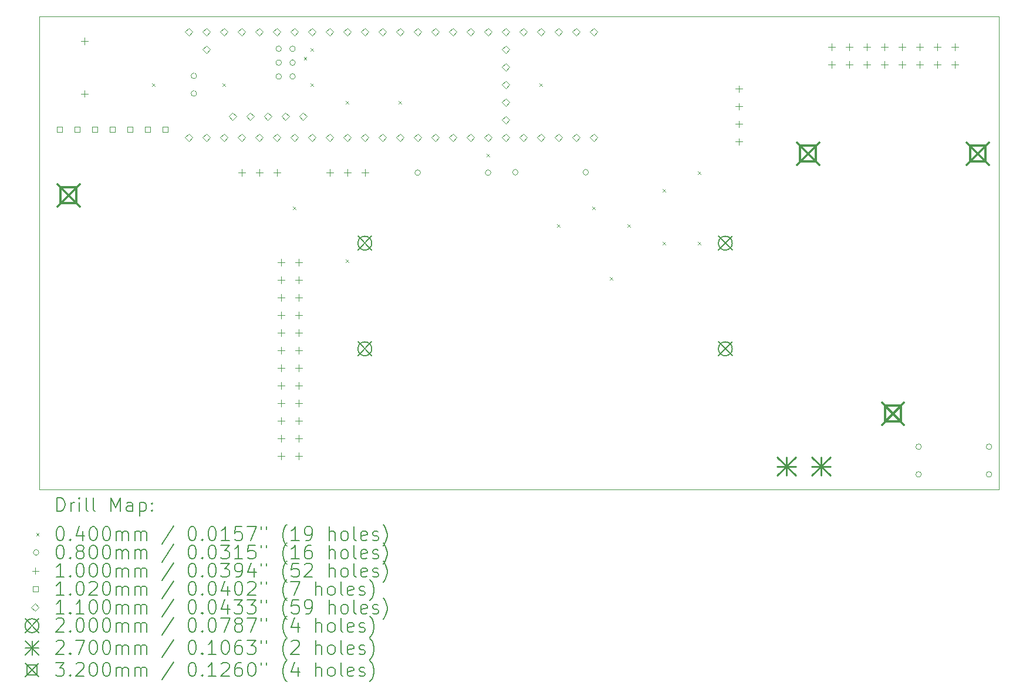
<source format=gbr>
%TF.GenerationSoftware,KiCad,Pcbnew,7.0.6*%
%TF.CreationDate,2023-08-10T15:58:56-04:00*%
%TF.ProjectId,rrc_pcb3,7272635f-7063-4623-932e-6b696361645f,rev?*%
%TF.SameCoordinates,Original*%
%TF.FileFunction,Drillmap*%
%TF.FilePolarity,Positive*%
%FSLAX45Y45*%
G04 Gerber Fmt 4.5, Leading zero omitted, Abs format (unit mm)*
G04 Created by KiCad (PCBNEW 7.0.6) date 2023-08-10 15:58:56*
%MOMM*%
%LPD*%
G01*
G04 APERTURE LIST*
%ADD10C,0.050000*%
%ADD11C,0.200000*%
%ADD12C,0.040000*%
%ADD13C,0.080000*%
%ADD14C,0.100000*%
%ADD15C,0.102000*%
%ADD16C,0.110000*%
%ADD17C,0.270000*%
%ADD18C,0.320000*%
G04 APERTURE END LIST*
D10*
X4191000Y-2065671D02*
X18034000Y-2065671D01*
X18034000Y-8890000D01*
X4191000Y-8890000D01*
X4191000Y-2065671D01*
D11*
D12*
X5822000Y-3028000D02*
X5862000Y-3068000D01*
X5862000Y-3028000D02*
X5822000Y-3068000D01*
X6838000Y-3028000D02*
X6878000Y-3068000D01*
X6878000Y-3028000D02*
X6838000Y-3068000D01*
X7854000Y-4806000D02*
X7894000Y-4846000D01*
X7894000Y-4806000D02*
X7854000Y-4846000D01*
X8009975Y-2646764D02*
X8049975Y-2686764D01*
X8049975Y-2646764D02*
X8009975Y-2686764D01*
X8108000Y-2520000D02*
X8148000Y-2560000D01*
X8148000Y-2520000D02*
X8108000Y-2560000D01*
X8108000Y-3028000D02*
X8148000Y-3068000D01*
X8148000Y-3028000D02*
X8108000Y-3068000D01*
X8616000Y-3282000D02*
X8656000Y-3322000D01*
X8656000Y-3282000D02*
X8616000Y-3322000D01*
X8616000Y-5568000D02*
X8656000Y-5608000D01*
X8656000Y-5568000D02*
X8616000Y-5608000D01*
X9378000Y-3282000D02*
X9418000Y-3322000D01*
X9418000Y-3282000D02*
X9378000Y-3322000D01*
X10648000Y-4044000D02*
X10688000Y-4084000D01*
X10688000Y-4044000D02*
X10648000Y-4084000D01*
X11410000Y-3028000D02*
X11450000Y-3068000D01*
X11450000Y-3028000D02*
X11410000Y-3068000D01*
X11664000Y-5060000D02*
X11704000Y-5100000D01*
X11704000Y-5060000D02*
X11664000Y-5100000D01*
X12172000Y-4806000D02*
X12212000Y-4846000D01*
X12212000Y-4806000D02*
X12172000Y-4846000D01*
X12426000Y-5822000D02*
X12466000Y-5862000D01*
X12466000Y-5822000D02*
X12426000Y-5862000D01*
X12680000Y-5060000D02*
X12720000Y-5100000D01*
X12720000Y-5060000D02*
X12680000Y-5100000D01*
X13188000Y-4552000D02*
X13228000Y-4592000D01*
X13228000Y-4552000D02*
X13188000Y-4592000D01*
X13188000Y-5314000D02*
X13228000Y-5354000D01*
X13228000Y-5314000D02*
X13188000Y-5354000D01*
X13696000Y-4298000D02*
X13736000Y-4338000D01*
X13736000Y-4298000D02*
X13696000Y-4338000D01*
X13696000Y-5314000D02*
X13736000Y-5354000D01*
X13736000Y-5314000D02*
X13696000Y-5354000D01*
D13*
X6463000Y-2921000D02*
G75*
G03*
X6463000Y-2921000I-40000J0D01*
G01*
X6463000Y-3175000D02*
G75*
G03*
X6463000Y-3175000I-40000J0D01*
G01*
X7687000Y-2529840D02*
G75*
G03*
X7687000Y-2529840I-40000J0D01*
G01*
X7687000Y-2729840D02*
G75*
G03*
X7687000Y-2729840I-40000J0D01*
G01*
X7687000Y-2929840D02*
G75*
G03*
X7687000Y-2929840I-40000J0D01*
G01*
X7887000Y-2529840D02*
G75*
G03*
X7887000Y-2529840I-40000J0D01*
G01*
X7887000Y-2729840D02*
G75*
G03*
X7887000Y-2729840I-40000J0D01*
G01*
X7887000Y-2929840D02*
G75*
G03*
X7887000Y-2929840I-40000J0D01*
G01*
X9692000Y-4318000D02*
G75*
G03*
X9692000Y-4318000I-40000J0D01*
G01*
X10708000Y-4318000D02*
G75*
G03*
X10708000Y-4318000I-40000J0D01*
G01*
X11101484Y-4311604D02*
G75*
G03*
X11101484Y-4311604I-40000J0D01*
G01*
X12117484Y-4311604D02*
G75*
G03*
X12117484Y-4311604I-40000J0D01*
G01*
X16918310Y-8271296D02*
G75*
G03*
X16918310Y-8271296I-40000J0D01*
G01*
X16918310Y-8670429D02*
G75*
G03*
X16918310Y-8670429I-40000J0D01*
G01*
X17934310Y-8271296D02*
G75*
G03*
X17934310Y-8271296I-40000J0D01*
G01*
X17934310Y-8670429D02*
G75*
G03*
X17934310Y-8670429I-40000J0D01*
G01*
D14*
X4846785Y-2367824D02*
X4846785Y-2467824D01*
X4796785Y-2417824D02*
X4896785Y-2417824D01*
X4846785Y-3127824D02*
X4846785Y-3227824D01*
X4796785Y-3177824D02*
X4896785Y-3177824D01*
X7112000Y-4268000D02*
X7112000Y-4368000D01*
X7062000Y-4318000D02*
X7162000Y-4318000D01*
X7366000Y-4268000D02*
X7366000Y-4368000D01*
X7316000Y-4318000D02*
X7416000Y-4318000D01*
X7620000Y-4268000D02*
X7620000Y-4368000D01*
X7570000Y-4318000D02*
X7670000Y-4318000D01*
X7682860Y-5561423D02*
X7682860Y-5661423D01*
X7632860Y-5611423D02*
X7732860Y-5611423D01*
X7682860Y-5815423D02*
X7682860Y-5915423D01*
X7632860Y-5865423D02*
X7732860Y-5865423D01*
X7682860Y-6069423D02*
X7682860Y-6169423D01*
X7632860Y-6119423D02*
X7732860Y-6119423D01*
X7682860Y-6323423D02*
X7682860Y-6423423D01*
X7632860Y-6373423D02*
X7732860Y-6373423D01*
X7682860Y-6577423D02*
X7682860Y-6677423D01*
X7632860Y-6627423D02*
X7732860Y-6627423D01*
X7682860Y-6831423D02*
X7682860Y-6931423D01*
X7632860Y-6881423D02*
X7732860Y-6881423D01*
X7682860Y-7085423D02*
X7682860Y-7185423D01*
X7632860Y-7135423D02*
X7732860Y-7135423D01*
X7682860Y-7339423D02*
X7682860Y-7439423D01*
X7632860Y-7389423D02*
X7732860Y-7389423D01*
X7682860Y-7593423D02*
X7682860Y-7693423D01*
X7632860Y-7643423D02*
X7732860Y-7643423D01*
X7682860Y-7847423D02*
X7682860Y-7947423D01*
X7632860Y-7897423D02*
X7732860Y-7897423D01*
X7682860Y-8101423D02*
X7682860Y-8201423D01*
X7632860Y-8151423D02*
X7732860Y-8151423D01*
X7682860Y-8355423D02*
X7682860Y-8455423D01*
X7632860Y-8405423D02*
X7732860Y-8405423D01*
X7936860Y-5561423D02*
X7936860Y-5661423D01*
X7886860Y-5611423D02*
X7986860Y-5611423D01*
X7936860Y-5815423D02*
X7936860Y-5915423D01*
X7886860Y-5865423D02*
X7986860Y-5865423D01*
X7936860Y-6069423D02*
X7936860Y-6169423D01*
X7886860Y-6119423D02*
X7986860Y-6119423D01*
X7936860Y-6323423D02*
X7936860Y-6423423D01*
X7886860Y-6373423D02*
X7986860Y-6373423D01*
X7936860Y-6577423D02*
X7936860Y-6677423D01*
X7886860Y-6627423D02*
X7986860Y-6627423D01*
X7936860Y-6831423D02*
X7936860Y-6931423D01*
X7886860Y-6881423D02*
X7986860Y-6881423D01*
X7936860Y-7085423D02*
X7936860Y-7185423D01*
X7886860Y-7135423D02*
X7986860Y-7135423D01*
X7936860Y-7339423D02*
X7936860Y-7439423D01*
X7886860Y-7389423D02*
X7986860Y-7389423D01*
X7936860Y-7593423D02*
X7936860Y-7693423D01*
X7886860Y-7643423D02*
X7986860Y-7643423D01*
X7936860Y-7847423D02*
X7936860Y-7947423D01*
X7886860Y-7897423D02*
X7986860Y-7897423D01*
X7936860Y-8101423D02*
X7936860Y-8201423D01*
X7886860Y-8151423D02*
X7986860Y-8151423D01*
X7936860Y-8355423D02*
X7936860Y-8455423D01*
X7886860Y-8405423D02*
X7986860Y-8405423D01*
X8382000Y-4268000D02*
X8382000Y-4368000D01*
X8332000Y-4318000D02*
X8432000Y-4318000D01*
X8636000Y-4268000D02*
X8636000Y-4368000D01*
X8586000Y-4318000D02*
X8686000Y-4318000D01*
X8890000Y-4268000D02*
X8890000Y-4368000D01*
X8840000Y-4318000D02*
X8940000Y-4318000D01*
X14288436Y-3058692D02*
X14288436Y-3158692D01*
X14238436Y-3108692D02*
X14338436Y-3108692D01*
X14288436Y-3312692D02*
X14288436Y-3412692D01*
X14238436Y-3362692D02*
X14338436Y-3362692D01*
X14288436Y-3566692D02*
X14288436Y-3666692D01*
X14238436Y-3616692D02*
X14338436Y-3616692D01*
X14288436Y-3820692D02*
X14288436Y-3920692D01*
X14238436Y-3870692D02*
X14338436Y-3870692D01*
X15624005Y-2454368D02*
X15624005Y-2554368D01*
X15574005Y-2504368D02*
X15674005Y-2504368D01*
X15624005Y-2708368D02*
X15624005Y-2808368D01*
X15574005Y-2758368D02*
X15674005Y-2758368D01*
X15878005Y-2454368D02*
X15878005Y-2554368D01*
X15828005Y-2504368D02*
X15928005Y-2504368D01*
X15878005Y-2708368D02*
X15878005Y-2808368D01*
X15828005Y-2758368D02*
X15928005Y-2758368D01*
X16132005Y-2454368D02*
X16132005Y-2554368D01*
X16082005Y-2504368D02*
X16182005Y-2504368D01*
X16132005Y-2708368D02*
X16132005Y-2808368D01*
X16082005Y-2758368D02*
X16182005Y-2758368D01*
X16386005Y-2454368D02*
X16386005Y-2554368D01*
X16336005Y-2504368D02*
X16436005Y-2504368D01*
X16386005Y-2708368D02*
X16386005Y-2808368D01*
X16336005Y-2758368D02*
X16436005Y-2758368D01*
X16640005Y-2454368D02*
X16640005Y-2554368D01*
X16590005Y-2504368D02*
X16690005Y-2504368D01*
X16640005Y-2708368D02*
X16640005Y-2808368D01*
X16590005Y-2758368D02*
X16690005Y-2758368D01*
X16894005Y-2454368D02*
X16894005Y-2554368D01*
X16844005Y-2504368D02*
X16944005Y-2504368D01*
X16894005Y-2708368D02*
X16894005Y-2808368D01*
X16844005Y-2758368D02*
X16944005Y-2758368D01*
X17148005Y-2454368D02*
X17148005Y-2554368D01*
X17098005Y-2504368D02*
X17198005Y-2504368D01*
X17148005Y-2708368D02*
X17148005Y-2808368D01*
X17098005Y-2758368D02*
X17198005Y-2758368D01*
X17402005Y-2454368D02*
X17402005Y-2554368D01*
X17352005Y-2504368D02*
X17452005Y-2504368D01*
X17402005Y-2708368D02*
X17402005Y-2808368D01*
X17352005Y-2758368D02*
X17452005Y-2758368D01*
D15*
X4524425Y-3728557D02*
X4524425Y-3656431D01*
X4452299Y-3656431D01*
X4452299Y-3728557D01*
X4524425Y-3728557D01*
X4778425Y-3728557D02*
X4778425Y-3656431D01*
X4706299Y-3656431D01*
X4706299Y-3728557D01*
X4778425Y-3728557D01*
X5032425Y-3728557D02*
X5032425Y-3656431D01*
X4960299Y-3656431D01*
X4960299Y-3728557D01*
X5032425Y-3728557D01*
X5286425Y-3728557D02*
X5286425Y-3656431D01*
X5214299Y-3656431D01*
X5214299Y-3728557D01*
X5286425Y-3728557D01*
X5540425Y-3728557D02*
X5540425Y-3656431D01*
X5468299Y-3656431D01*
X5468299Y-3728557D01*
X5540425Y-3728557D01*
X5794424Y-3728557D02*
X5794424Y-3656431D01*
X5722299Y-3656431D01*
X5722299Y-3728557D01*
X5794424Y-3728557D01*
X6048424Y-3728557D02*
X6048424Y-3656431D01*
X5976299Y-3656431D01*
X5976299Y-3728557D01*
X6048424Y-3728557D01*
D16*
X6350000Y-2341000D02*
X6405000Y-2286000D01*
X6350000Y-2231000D01*
X6295000Y-2286000D01*
X6350000Y-2341000D01*
X6350000Y-3865000D02*
X6405000Y-3810000D01*
X6350000Y-3755000D01*
X6295000Y-3810000D01*
X6350000Y-3865000D01*
X6604000Y-2341000D02*
X6659000Y-2286000D01*
X6604000Y-2231000D01*
X6549000Y-2286000D01*
X6604000Y-2341000D01*
X6604000Y-2595000D02*
X6659000Y-2540000D01*
X6604000Y-2485000D01*
X6549000Y-2540000D01*
X6604000Y-2595000D01*
X6604000Y-3865000D02*
X6659000Y-3810000D01*
X6604000Y-3755000D01*
X6549000Y-3810000D01*
X6604000Y-3865000D01*
X6858000Y-2341000D02*
X6913000Y-2286000D01*
X6858000Y-2231000D01*
X6803000Y-2286000D01*
X6858000Y-2341000D01*
X6858000Y-3865000D02*
X6913000Y-3810000D01*
X6858000Y-3755000D01*
X6803000Y-3810000D01*
X6858000Y-3865000D01*
X6979920Y-3559920D02*
X7034920Y-3504920D01*
X6979920Y-3449920D01*
X6924920Y-3504920D01*
X6979920Y-3559920D01*
X7112000Y-2341000D02*
X7167000Y-2286000D01*
X7112000Y-2231000D01*
X7057000Y-2286000D01*
X7112000Y-2341000D01*
X7112000Y-3865000D02*
X7167000Y-3810000D01*
X7112000Y-3755000D01*
X7057000Y-3810000D01*
X7112000Y-3865000D01*
X7233920Y-3559920D02*
X7288920Y-3504920D01*
X7233920Y-3449920D01*
X7178920Y-3504920D01*
X7233920Y-3559920D01*
X7366000Y-2341000D02*
X7421000Y-2286000D01*
X7366000Y-2231000D01*
X7311000Y-2286000D01*
X7366000Y-2341000D01*
X7366000Y-3865000D02*
X7421000Y-3810000D01*
X7366000Y-3755000D01*
X7311000Y-3810000D01*
X7366000Y-3865000D01*
X7487920Y-3559920D02*
X7542920Y-3504920D01*
X7487920Y-3449920D01*
X7432920Y-3504920D01*
X7487920Y-3559920D01*
X7620000Y-2341000D02*
X7675000Y-2286000D01*
X7620000Y-2231000D01*
X7565000Y-2286000D01*
X7620000Y-2341000D01*
X7620000Y-3865000D02*
X7675000Y-3810000D01*
X7620000Y-3755000D01*
X7565000Y-3810000D01*
X7620000Y-3865000D01*
X7741920Y-3559920D02*
X7796920Y-3504920D01*
X7741920Y-3449920D01*
X7686920Y-3504920D01*
X7741920Y-3559920D01*
X7874000Y-2341000D02*
X7929000Y-2286000D01*
X7874000Y-2231000D01*
X7819000Y-2286000D01*
X7874000Y-2341000D01*
X7874000Y-3865000D02*
X7929000Y-3810000D01*
X7874000Y-3755000D01*
X7819000Y-3810000D01*
X7874000Y-3865000D01*
X7995920Y-3559920D02*
X8050920Y-3504920D01*
X7995920Y-3449920D01*
X7940920Y-3504920D01*
X7995920Y-3559920D01*
X8128000Y-2341000D02*
X8183000Y-2286000D01*
X8128000Y-2231000D01*
X8073000Y-2286000D01*
X8128000Y-2341000D01*
X8128000Y-3865000D02*
X8183000Y-3810000D01*
X8128000Y-3755000D01*
X8073000Y-3810000D01*
X8128000Y-3865000D01*
X8382000Y-2341000D02*
X8437000Y-2286000D01*
X8382000Y-2231000D01*
X8327000Y-2286000D01*
X8382000Y-2341000D01*
X8382000Y-3865000D02*
X8437000Y-3810000D01*
X8382000Y-3755000D01*
X8327000Y-3810000D01*
X8382000Y-3865000D01*
X8636000Y-2341000D02*
X8691000Y-2286000D01*
X8636000Y-2231000D01*
X8581000Y-2286000D01*
X8636000Y-2341000D01*
X8636000Y-3865000D02*
X8691000Y-3810000D01*
X8636000Y-3755000D01*
X8581000Y-3810000D01*
X8636000Y-3865000D01*
X8890000Y-2341000D02*
X8945000Y-2286000D01*
X8890000Y-2231000D01*
X8835000Y-2286000D01*
X8890000Y-2341000D01*
X8890000Y-3865000D02*
X8945000Y-3810000D01*
X8890000Y-3755000D01*
X8835000Y-3810000D01*
X8890000Y-3865000D01*
X9144000Y-2341000D02*
X9199000Y-2286000D01*
X9144000Y-2231000D01*
X9089000Y-2286000D01*
X9144000Y-2341000D01*
X9144000Y-3865000D02*
X9199000Y-3810000D01*
X9144000Y-3755000D01*
X9089000Y-3810000D01*
X9144000Y-3865000D01*
X9398000Y-2341000D02*
X9453000Y-2286000D01*
X9398000Y-2231000D01*
X9343000Y-2286000D01*
X9398000Y-2341000D01*
X9398000Y-3865000D02*
X9453000Y-3810000D01*
X9398000Y-3755000D01*
X9343000Y-3810000D01*
X9398000Y-3865000D01*
X9652000Y-2341000D02*
X9707000Y-2286000D01*
X9652000Y-2231000D01*
X9597000Y-2286000D01*
X9652000Y-2341000D01*
X9652000Y-3865000D02*
X9707000Y-3810000D01*
X9652000Y-3755000D01*
X9597000Y-3810000D01*
X9652000Y-3865000D01*
X9906000Y-2341000D02*
X9961000Y-2286000D01*
X9906000Y-2231000D01*
X9851000Y-2286000D01*
X9906000Y-2341000D01*
X9906000Y-3865000D02*
X9961000Y-3810000D01*
X9906000Y-3755000D01*
X9851000Y-3810000D01*
X9906000Y-3865000D01*
X10160000Y-2341000D02*
X10215000Y-2286000D01*
X10160000Y-2231000D01*
X10105000Y-2286000D01*
X10160000Y-2341000D01*
X10160000Y-3865000D02*
X10215000Y-3810000D01*
X10160000Y-3755000D01*
X10105000Y-3810000D01*
X10160000Y-3865000D01*
X10414000Y-2341000D02*
X10469000Y-2286000D01*
X10414000Y-2231000D01*
X10359000Y-2286000D01*
X10414000Y-2341000D01*
X10414000Y-3865000D02*
X10469000Y-3810000D01*
X10414000Y-3755000D01*
X10359000Y-3810000D01*
X10414000Y-3865000D01*
X10668000Y-2341000D02*
X10723000Y-2286000D01*
X10668000Y-2231000D01*
X10613000Y-2286000D01*
X10668000Y-2341000D01*
X10668000Y-3865000D02*
X10723000Y-3810000D01*
X10668000Y-3755000D01*
X10613000Y-3810000D01*
X10668000Y-3865000D01*
X10922000Y-2341000D02*
X10977000Y-2286000D01*
X10922000Y-2231000D01*
X10867000Y-2286000D01*
X10922000Y-2341000D01*
X10922000Y-2595000D02*
X10977000Y-2540000D01*
X10922000Y-2485000D01*
X10867000Y-2540000D01*
X10922000Y-2595000D01*
X10922000Y-2849000D02*
X10977000Y-2794000D01*
X10922000Y-2739000D01*
X10867000Y-2794000D01*
X10922000Y-2849000D01*
X10922000Y-3103000D02*
X10977000Y-3048000D01*
X10922000Y-2993000D01*
X10867000Y-3048000D01*
X10922000Y-3103000D01*
X10922000Y-3357000D02*
X10977000Y-3302000D01*
X10922000Y-3247000D01*
X10867000Y-3302000D01*
X10922000Y-3357000D01*
X10922000Y-3611000D02*
X10977000Y-3556000D01*
X10922000Y-3501000D01*
X10867000Y-3556000D01*
X10922000Y-3611000D01*
X10922000Y-3865000D02*
X10977000Y-3810000D01*
X10922000Y-3755000D01*
X10867000Y-3810000D01*
X10922000Y-3865000D01*
X11176000Y-2341000D02*
X11231000Y-2286000D01*
X11176000Y-2231000D01*
X11121000Y-2286000D01*
X11176000Y-2341000D01*
X11176000Y-3865000D02*
X11231000Y-3810000D01*
X11176000Y-3755000D01*
X11121000Y-3810000D01*
X11176000Y-3865000D01*
X11430000Y-2341000D02*
X11485000Y-2286000D01*
X11430000Y-2231000D01*
X11375000Y-2286000D01*
X11430000Y-2341000D01*
X11430000Y-3865000D02*
X11485000Y-3810000D01*
X11430000Y-3755000D01*
X11375000Y-3810000D01*
X11430000Y-3865000D01*
X11684000Y-2341000D02*
X11739000Y-2286000D01*
X11684000Y-2231000D01*
X11629000Y-2286000D01*
X11684000Y-2341000D01*
X11684000Y-3865000D02*
X11739000Y-3810000D01*
X11684000Y-3755000D01*
X11629000Y-3810000D01*
X11684000Y-3865000D01*
X11938000Y-2341000D02*
X11993000Y-2286000D01*
X11938000Y-2231000D01*
X11883000Y-2286000D01*
X11938000Y-2341000D01*
X11938000Y-3865000D02*
X11993000Y-3810000D01*
X11938000Y-3755000D01*
X11883000Y-3810000D01*
X11938000Y-3865000D01*
X12192000Y-2341000D02*
X12247000Y-2286000D01*
X12192000Y-2231000D01*
X12137000Y-2286000D01*
X12192000Y-2341000D01*
X12192000Y-3865000D02*
X12247000Y-3810000D01*
X12192000Y-3755000D01*
X12137000Y-3810000D01*
X12192000Y-3865000D01*
D11*
X8790000Y-5234000D02*
X8990000Y-5434000D01*
X8990000Y-5234000D02*
X8790000Y-5434000D01*
X8990000Y-5334000D02*
G75*
G03*
X8990000Y-5334000I-100000J0D01*
G01*
X8790000Y-6758000D02*
X8990000Y-6958000D01*
X8990000Y-6758000D02*
X8790000Y-6958000D01*
X8990000Y-6858000D02*
G75*
G03*
X8990000Y-6858000I-100000J0D01*
G01*
X13990000Y-5234000D02*
X14190000Y-5434000D01*
X14190000Y-5234000D02*
X13990000Y-5434000D01*
X14190000Y-5334000D02*
G75*
G03*
X14190000Y-5334000I-100000J0D01*
G01*
X13990000Y-6758000D02*
X14190000Y-6958000D01*
X14190000Y-6758000D02*
X13990000Y-6958000D01*
X14190000Y-6858000D02*
G75*
G03*
X14190000Y-6858000I-100000J0D01*
G01*
D17*
X14839669Y-8418768D02*
X15109669Y-8688768D01*
X15109669Y-8418768D02*
X14839669Y-8688768D01*
X14974669Y-8418768D02*
X14974669Y-8688768D01*
X14839669Y-8553768D02*
X15109669Y-8553768D01*
X15339669Y-8418768D02*
X15609669Y-8688768D01*
X15609669Y-8418768D02*
X15339669Y-8688768D01*
X15474669Y-8418768D02*
X15474669Y-8688768D01*
X15339669Y-8553768D02*
X15609669Y-8553768D01*
D18*
X4455362Y-4482994D02*
X4775362Y-4802994D01*
X4775362Y-4482994D02*
X4455362Y-4802994D01*
X4728500Y-4756132D02*
X4728500Y-4529856D01*
X4502224Y-4529856D01*
X4502224Y-4756132D01*
X4728500Y-4756132D01*
X15123231Y-3882556D02*
X15443231Y-4202556D01*
X15443231Y-3882556D02*
X15123231Y-4202556D01*
X15396369Y-4155694D02*
X15396369Y-3929417D01*
X15170093Y-3929417D01*
X15170093Y-4155694D01*
X15396369Y-4155694D01*
X16348231Y-7632556D02*
X16668231Y-7952556D01*
X16668231Y-7632556D02*
X16348231Y-7952556D01*
X16621369Y-7905694D02*
X16621369Y-7679417D01*
X16395093Y-7679417D01*
X16395093Y-7905694D01*
X16621369Y-7905694D01*
X17573231Y-3882556D02*
X17893231Y-4202556D01*
X17893231Y-3882556D02*
X17573231Y-4202556D01*
X17846369Y-4155694D02*
X17846369Y-3929417D01*
X17620093Y-3929417D01*
X17620093Y-4155694D01*
X17846369Y-4155694D01*
D11*
X4449277Y-9203984D02*
X4449277Y-9003984D01*
X4449277Y-9003984D02*
X4496896Y-9003984D01*
X4496896Y-9003984D02*
X4525467Y-9013508D01*
X4525467Y-9013508D02*
X4544515Y-9032555D01*
X4544515Y-9032555D02*
X4554039Y-9051603D01*
X4554039Y-9051603D02*
X4563563Y-9089698D01*
X4563563Y-9089698D02*
X4563563Y-9118270D01*
X4563563Y-9118270D02*
X4554039Y-9156365D01*
X4554039Y-9156365D02*
X4544515Y-9175412D01*
X4544515Y-9175412D02*
X4525467Y-9194460D01*
X4525467Y-9194460D02*
X4496896Y-9203984D01*
X4496896Y-9203984D02*
X4449277Y-9203984D01*
X4649277Y-9203984D02*
X4649277Y-9070650D01*
X4649277Y-9108746D02*
X4658801Y-9089698D01*
X4658801Y-9089698D02*
X4668324Y-9080174D01*
X4668324Y-9080174D02*
X4687372Y-9070650D01*
X4687372Y-9070650D02*
X4706420Y-9070650D01*
X4773086Y-9203984D02*
X4773086Y-9070650D01*
X4773086Y-9003984D02*
X4763563Y-9013508D01*
X4763563Y-9013508D02*
X4773086Y-9023031D01*
X4773086Y-9023031D02*
X4782610Y-9013508D01*
X4782610Y-9013508D02*
X4773086Y-9003984D01*
X4773086Y-9003984D02*
X4773086Y-9023031D01*
X4896896Y-9203984D02*
X4877848Y-9194460D01*
X4877848Y-9194460D02*
X4868324Y-9175412D01*
X4868324Y-9175412D02*
X4868324Y-9003984D01*
X5001658Y-9203984D02*
X4982610Y-9194460D01*
X4982610Y-9194460D02*
X4973086Y-9175412D01*
X4973086Y-9175412D02*
X4973086Y-9003984D01*
X5230229Y-9203984D02*
X5230229Y-9003984D01*
X5230229Y-9003984D02*
X5296896Y-9146841D01*
X5296896Y-9146841D02*
X5363563Y-9003984D01*
X5363563Y-9003984D02*
X5363563Y-9203984D01*
X5544515Y-9203984D02*
X5544515Y-9099222D01*
X5544515Y-9099222D02*
X5534991Y-9080174D01*
X5534991Y-9080174D02*
X5515944Y-9070650D01*
X5515944Y-9070650D02*
X5477848Y-9070650D01*
X5477848Y-9070650D02*
X5458801Y-9080174D01*
X5544515Y-9194460D02*
X5525467Y-9203984D01*
X5525467Y-9203984D02*
X5477848Y-9203984D01*
X5477848Y-9203984D02*
X5458801Y-9194460D01*
X5458801Y-9194460D02*
X5449277Y-9175412D01*
X5449277Y-9175412D02*
X5449277Y-9156365D01*
X5449277Y-9156365D02*
X5458801Y-9137317D01*
X5458801Y-9137317D02*
X5477848Y-9127793D01*
X5477848Y-9127793D02*
X5525467Y-9127793D01*
X5525467Y-9127793D02*
X5544515Y-9118270D01*
X5639753Y-9070650D02*
X5639753Y-9270650D01*
X5639753Y-9080174D02*
X5658801Y-9070650D01*
X5658801Y-9070650D02*
X5696896Y-9070650D01*
X5696896Y-9070650D02*
X5715943Y-9080174D01*
X5715943Y-9080174D02*
X5725467Y-9089698D01*
X5725467Y-9089698D02*
X5734991Y-9108746D01*
X5734991Y-9108746D02*
X5734991Y-9165889D01*
X5734991Y-9165889D02*
X5725467Y-9184936D01*
X5725467Y-9184936D02*
X5715943Y-9194460D01*
X5715943Y-9194460D02*
X5696896Y-9203984D01*
X5696896Y-9203984D02*
X5658801Y-9203984D01*
X5658801Y-9203984D02*
X5639753Y-9194460D01*
X5820705Y-9184936D02*
X5830229Y-9194460D01*
X5830229Y-9194460D02*
X5820705Y-9203984D01*
X5820705Y-9203984D02*
X5811182Y-9194460D01*
X5811182Y-9194460D02*
X5820705Y-9184936D01*
X5820705Y-9184936D02*
X5820705Y-9203984D01*
X5820705Y-9080174D02*
X5830229Y-9089698D01*
X5830229Y-9089698D02*
X5820705Y-9099222D01*
X5820705Y-9099222D02*
X5811182Y-9089698D01*
X5811182Y-9089698D02*
X5820705Y-9080174D01*
X5820705Y-9080174D02*
X5820705Y-9099222D01*
D12*
X4148500Y-9512500D02*
X4188500Y-9552500D01*
X4188500Y-9512500D02*
X4148500Y-9552500D01*
D11*
X4487372Y-9423984D02*
X4506420Y-9423984D01*
X4506420Y-9423984D02*
X4525467Y-9433508D01*
X4525467Y-9433508D02*
X4534991Y-9443031D01*
X4534991Y-9443031D02*
X4544515Y-9462079D01*
X4544515Y-9462079D02*
X4554039Y-9500174D01*
X4554039Y-9500174D02*
X4554039Y-9547793D01*
X4554039Y-9547793D02*
X4544515Y-9585889D01*
X4544515Y-9585889D02*
X4534991Y-9604936D01*
X4534991Y-9604936D02*
X4525467Y-9614460D01*
X4525467Y-9614460D02*
X4506420Y-9623984D01*
X4506420Y-9623984D02*
X4487372Y-9623984D01*
X4487372Y-9623984D02*
X4468324Y-9614460D01*
X4468324Y-9614460D02*
X4458801Y-9604936D01*
X4458801Y-9604936D02*
X4449277Y-9585889D01*
X4449277Y-9585889D02*
X4439753Y-9547793D01*
X4439753Y-9547793D02*
X4439753Y-9500174D01*
X4439753Y-9500174D02*
X4449277Y-9462079D01*
X4449277Y-9462079D02*
X4458801Y-9443031D01*
X4458801Y-9443031D02*
X4468324Y-9433508D01*
X4468324Y-9433508D02*
X4487372Y-9423984D01*
X4639753Y-9604936D02*
X4649277Y-9614460D01*
X4649277Y-9614460D02*
X4639753Y-9623984D01*
X4639753Y-9623984D02*
X4630229Y-9614460D01*
X4630229Y-9614460D02*
X4639753Y-9604936D01*
X4639753Y-9604936D02*
X4639753Y-9623984D01*
X4820705Y-9490650D02*
X4820705Y-9623984D01*
X4773086Y-9414460D02*
X4725467Y-9557317D01*
X4725467Y-9557317D02*
X4849277Y-9557317D01*
X4963563Y-9423984D02*
X4982610Y-9423984D01*
X4982610Y-9423984D02*
X5001658Y-9433508D01*
X5001658Y-9433508D02*
X5011182Y-9443031D01*
X5011182Y-9443031D02*
X5020705Y-9462079D01*
X5020705Y-9462079D02*
X5030229Y-9500174D01*
X5030229Y-9500174D02*
X5030229Y-9547793D01*
X5030229Y-9547793D02*
X5020705Y-9585889D01*
X5020705Y-9585889D02*
X5011182Y-9604936D01*
X5011182Y-9604936D02*
X5001658Y-9614460D01*
X5001658Y-9614460D02*
X4982610Y-9623984D01*
X4982610Y-9623984D02*
X4963563Y-9623984D01*
X4963563Y-9623984D02*
X4944515Y-9614460D01*
X4944515Y-9614460D02*
X4934991Y-9604936D01*
X4934991Y-9604936D02*
X4925467Y-9585889D01*
X4925467Y-9585889D02*
X4915944Y-9547793D01*
X4915944Y-9547793D02*
X4915944Y-9500174D01*
X4915944Y-9500174D02*
X4925467Y-9462079D01*
X4925467Y-9462079D02*
X4934991Y-9443031D01*
X4934991Y-9443031D02*
X4944515Y-9433508D01*
X4944515Y-9433508D02*
X4963563Y-9423984D01*
X5154039Y-9423984D02*
X5173086Y-9423984D01*
X5173086Y-9423984D02*
X5192134Y-9433508D01*
X5192134Y-9433508D02*
X5201658Y-9443031D01*
X5201658Y-9443031D02*
X5211182Y-9462079D01*
X5211182Y-9462079D02*
X5220705Y-9500174D01*
X5220705Y-9500174D02*
X5220705Y-9547793D01*
X5220705Y-9547793D02*
X5211182Y-9585889D01*
X5211182Y-9585889D02*
X5201658Y-9604936D01*
X5201658Y-9604936D02*
X5192134Y-9614460D01*
X5192134Y-9614460D02*
X5173086Y-9623984D01*
X5173086Y-9623984D02*
X5154039Y-9623984D01*
X5154039Y-9623984D02*
X5134991Y-9614460D01*
X5134991Y-9614460D02*
X5125467Y-9604936D01*
X5125467Y-9604936D02*
X5115944Y-9585889D01*
X5115944Y-9585889D02*
X5106420Y-9547793D01*
X5106420Y-9547793D02*
X5106420Y-9500174D01*
X5106420Y-9500174D02*
X5115944Y-9462079D01*
X5115944Y-9462079D02*
X5125467Y-9443031D01*
X5125467Y-9443031D02*
X5134991Y-9433508D01*
X5134991Y-9433508D02*
X5154039Y-9423984D01*
X5306420Y-9623984D02*
X5306420Y-9490650D01*
X5306420Y-9509698D02*
X5315944Y-9500174D01*
X5315944Y-9500174D02*
X5334991Y-9490650D01*
X5334991Y-9490650D02*
X5363563Y-9490650D01*
X5363563Y-9490650D02*
X5382610Y-9500174D01*
X5382610Y-9500174D02*
X5392134Y-9519222D01*
X5392134Y-9519222D02*
X5392134Y-9623984D01*
X5392134Y-9519222D02*
X5401658Y-9500174D01*
X5401658Y-9500174D02*
X5420705Y-9490650D01*
X5420705Y-9490650D02*
X5449277Y-9490650D01*
X5449277Y-9490650D02*
X5468325Y-9500174D01*
X5468325Y-9500174D02*
X5477848Y-9519222D01*
X5477848Y-9519222D02*
X5477848Y-9623984D01*
X5573086Y-9623984D02*
X5573086Y-9490650D01*
X5573086Y-9509698D02*
X5582610Y-9500174D01*
X5582610Y-9500174D02*
X5601658Y-9490650D01*
X5601658Y-9490650D02*
X5630229Y-9490650D01*
X5630229Y-9490650D02*
X5649277Y-9500174D01*
X5649277Y-9500174D02*
X5658801Y-9519222D01*
X5658801Y-9519222D02*
X5658801Y-9623984D01*
X5658801Y-9519222D02*
X5668324Y-9500174D01*
X5668324Y-9500174D02*
X5687372Y-9490650D01*
X5687372Y-9490650D02*
X5715943Y-9490650D01*
X5715943Y-9490650D02*
X5734991Y-9500174D01*
X5734991Y-9500174D02*
X5744515Y-9519222D01*
X5744515Y-9519222D02*
X5744515Y-9623984D01*
X6134991Y-9414460D02*
X5963563Y-9671603D01*
X6392134Y-9423984D02*
X6411182Y-9423984D01*
X6411182Y-9423984D02*
X6430229Y-9433508D01*
X6430229Y-9433508D02*
X6439753Y-9443031D01*
X6439753Y-9443031D02*
X6449277Y-9462079D01*
X6449277Y-9462079D02*
X6458801Y-9500174D01*
X6458801Y-9500174D02*
X6458801Y-9547793D01*
X6458801Y-9547793D02*
X6449277Y-9585889D01*
X6449277Y-9585889D02*
X6439753Y-9604936D01*
X6439753Y-9604936D02*
X6430229Y-9614460D01*
X6430229Y-9614460D02*
X6411182Y-9623984D01*
X6411182Y-9623984D02*
X6392134Y-9623984D01*
X6392134Y-9623984D02*
X6373086Y-9614460D01*
X6373086Y-9614460D02*
X6363563Y-9604936D01*
X6363563Y-9604936D02*
X6354039Y-9585889D01*
X6354039Y-9585889D02*
X6344515Y-9547793D01*
X6344515Y-9547793D02*
X6344515Y-9500174D01*
X6344515Y-9500174D02*
X6354039Y-9462079D01*
X6354039Y-9462079D02*
X6363563Y-9443031D01*
X6363563Y-9443031D02*
X6373086Y-9433508D01*
X6373086Y-9433508D02*
X6392134Y-9423984D01*
X6544515Y-9604936D02*
X6554039Y-9614460D01*
X6554039Y-9614460D02*
X6544515Y-9623984D01*
X6544515Y-9623984D02*
X6534991Y-9614460D01*
X6534991Y-9614460D02*
X6544515Y-9604936D01*
X6544515Y-9604936D02*
X6544515Y-9623984D01*
X6677848Y-9423984D02*
X6696896Y-9423984D01*
X6696896Y-9423984D02*
X6715944Y-9433508D01*
X6715944Y-9433508D02*
X6725467Y-9443031D01*
X6725467Y-9443031D02*
X6734991Y-9462079D01*
X6734991Y-9462079D02*
X6744515Y-9500174D01*
X6744515Y-9500174D02*
X6744515Y-9547793D01*
X6744515Y-9547793D02*
X6734991Y-9585889D01*
X6734991Y-9585889D02*
X6725467Y-9604936D01*
X6725467Y-9604936D02*
X6715944Y-9614460D01*
X6715944Y-9614460D02*
X6696896Y-9623984D01*
X6696896Y-9623984D02*
X6677848Y-9623984D01*
X6677848Y-9623984D02*
X6658801Y-9614460D01*
X6658801Y-9614460D02*
X6649277Y-9604936D01*
X6649277Y-9604936D02*
X6639753Y-9585889D01*
X6639753Y-9585889D02*
X6630229Y-9547793D01*
X6630229Y-9547793D02*
X6630229Y-9500174D01*
X6630229Y-9500174D02*
X6639753Y-9462079D01*
X6639753Y-9462079D02*
X6649277Y-9443031D01*
X6649277Y-9443031D02*
X6658801Y-9433508D01*
X6658801Y-9433508D02*
X6677848Y-9423984D01*
X6934991Y-9623984D02*
X6820706Y-9623984D01*
X6877848Y-9623984D02*
X6877848Y-9423984D01*
X6877848Y-9423984D02*
X6858801Y-9452555D01*
X6858801Y-9452555D02*
X6839753Y-9471603D01*
X6839753Y-9471603D02*
X6820706Y-9481127D01*
X7115944Y-9423984D02*
X7020706Y-9423984D01*
X7020706Y-9423984D02*
X7011182Y-9519222D01*
X7011182Y-9519222D02*
X7020706Y-9509698D01*
X7020706Y-9509698D02*
X7039753Y-9500174D01*
X7039753Y-9500174D02*
X7087372Y-9500174D01*
X7087372Y-9500174D02*
X7106420Y-9509698D01*
X7106420Y-9509698D02*
X7115944Y-9519222D01*
X7115944Y-9519222D02*
X7125467Y-9538270D01*
X7125467Y-9538270D02*
X7125467Y-9585889D01*
X7125467Y-9585889D02*
X7115944Y-9604936D01*
X7115944Y-9604936D02*
X7106420Y-9614460D01*
X7106420Y-9614460D02*
X7087372Y-9623984D01*
X7087372Y-9623984D02*
X7039753Y-9623984D01*
X7039753Y-9623984D02*
X7020706Y-9614460D01*
X7020706Y-9614460D02*
X7011182Y-9604936D01*
X7192134Y-9423984D02*
X7325467Y-9423984D01*
X7325467Y-9423984D02*
X7239753Y-9623984D01*
X7392134Y-9423984D02*
X7392134Y-9462079D01*
X7468325Y-9423984D02*
X7468325Y-9462079D01*
X7763563Y-9700174D02*
X7754039Y-9690650D01*
X7754039Y-9690650D02*
X7734991Y-9662079D01*
X7734991Y-9662079D02*
X7725468Y-9643031D01*
X7725468Y-9643031D02*
X7715944Y-9614460D01*
X7715944Y-9614460D02*
X7706420Y-9566841D01*
X7706420Y-9566841D02*
X7706420Y-9528746D01*
X7706420Y-9528746D02*
X7715944Y-9481127D01*
X7715944Y-9481127D02*
X7725468Y-9452555D01*
X7725468Y-9452555D02*
X7734991Y-9433508D01*
X7734991Y-9433508D02*
X7754039Y-9404936D01*
X7754039Y-9404936D02*
X7763563Y-9395412D01*
X7944515Y-9623984D02*
X7830229Y-9623984D01*
X7887372Y-9623984D02*
X7887372Y-9423984D01*
X7887372Y-9423984D02*
X7868325Y-9452555D01*
X7868325Y-9452555D02*
X7849277Y-9471603D01*
X7849277Y-9471603D02*
X7830229Y-9481127D01*
X8039753Y-9623984D02*
X8077848Y-9623984D01*
X8077848Y-9623984D02*
X8096896Y-9614460D01*
X8096896Y-9614460D02*
X8106420Y-9604936D01*
X8106420Y-9604936D02*
X8125468Y-9576365D01*
X8125468Y-9576365D02*
X8134991Y-9538270D01*
X8134991Y-9538270D02*
X8134991Y-9462079D01*
X8134991Y-9462079D02*
X8125468Y-9443031D01*
X8125468Y-9443031D02*
X8115944Y-9433508D01*
X8115944Y-9433508D02*
X8096896Y-9423984D01*
X8096896Y-9423984D02*
X8058801Y-9423984D01*
X8058801Y-9423984D02*
X8039753Y-9433508D01*
X8039753Y-9433508D02*
X8030229Y-9443031D01*
X8030229Y-9443031D02*
X8020706Y-9462079D01*
X8020706Y-9462079D02*
X8020706Y-9509698D01*
X8020706Y-9509698D02*
X8030229Y-9528746D01*
X8030229Y-9528746D02*
X8039753Y-9538270D01*
X8039753Y-9538270D02*
X8058801Y-9547793D01*
X8058801Y-9547793D02*
X8096896Y-9547793D01*
X8096896Y-9547793D02*
X8115944Y-9538270D01*
X8115944Y-9538270D02*
X8125468Y-9528746D01*
X8125468Y-9528746D02*
X8134991Y-9509698D01*
X8373087Y-9623984D02*
X8373087Y-9423984D01*
X8458801Y-9623984D02*
X8458801Y-9519222D01*
X8458801Y-9519222D02*
X8449277Y-9500174D01*
X8449277Y-9500174D02*
X8430230Y-9490650D01*
X8430230Y-9490650D02*
X8401658Y-9490650D01*
X8401658Y-9490650D02*
X8382610Y-9500174D01*
X8382610Y-9500174D02*
X8373087Y-9509698D01*
X8582611Y-9623984D02*
X8563563Y-9614460D01*
X8563563Y-9614460D02*
X8554039Y-9604936D01*
X8554039Y-9604936D02*
X8544515Y-9585889D01*
X8544515Y-9585889D02*
X8544515Y-9528746D01*
X8544515Y-9528746D02*
X8554039Y-9509698D01*
X8554039Y-9509698D02*
X8563563Y-9500174D01*
X8563563Y-9500174D02*
X8582611Y-9490650D01*
X8582611Y-9490650D02*
X8611182Y-9490650D01*
X8611182Y-9490650D02*
X8630230Y-9500174D01*
X8630230Y-9500174D02*
X8639753Y-9509698D01*
X8639753Y-9509698D02*
X8649277Y-9528746D01*
X8649277Y-9528746D02*
X8649277Y-9585889D01*
X8649277Y-9585889D02*
X8639753Y-9604936D01*
X8639753Y-9604936D02*
X8630230Y-9614460D01*
X8630230Y-9614460D02*
X8611182Y-9623984D01*
X8611182Y-9623984D02*
X8582611Y-9623984D01*
X8763563Y-9623984D02*
X8744515Y-9614460D01*
X8744515Y-9614460D02*
X8734992Y-9595412D01*
X8734992Y-9595412D02*
X8734992Y-9423984D01*
X8915944Y-9614460D02*
X8896896Y-9623984D01*
X8896896Y-9623984D02*
X8858801Y-9623984D01*
X8858801Y-9623984D02*
X8839753Y-9614460D01*
X8839753Y-9614460D02*
X8830230Y-9595412D01*
X8830230Y-9595412D02*
X8830230Y-9519222D01*
X8830230Y-9519222D02*
X8839753Y-9500174D01*
X8839753Y-9500174D02*
X8858801Y-9490650D01*
X8858801Y-9490650D02*
X8896896Y-9490650D01*
X8896896Y-9490650D02*
X8915944Y-9500174D01*
X8915944Y-9500174D02*
X8925468Y-9519222D01*
X8925468Y-9519222D02*
X8925468Y-9538270D01*
X8925468Y-9538270D02*
X8830230Y-9557317D01*
X9001658Y-9614460D02*
X9020706Y-9623984D01*
X9020706Y-9623984D02*
X9058801Y-9623984D01*
X9058801Y-9623984D02*
X9077849Y-9614460D01*
X9077849Y-9614460D02*
X9087373Y-9595412D01*
X9087373Y-9595412D02*
X9087373Y-9585889D01*
X9087373Y-9585889D02*
X9077849Y-9566841D01*
X9077849Y-9566841D02*
X9058801Y-9557317D01*
X9058801Y-9557317D02*
X9030230Y-9557317D01*
X9030230Y-9557317D02*
X9011182Y-9547793D01*
X9011182Y-9547793D02*
X9001658Y-9528746D01*
X9001658Y-9528746D02*
X9001658Y-9519222D01*
X9001658Y-9519222D02*
X9011182Y-9500174D01*
X9011182Y-9500174D02*
X9030230Y-9490650D01*
X9030230Y-9490650D02*
X9058801Y-9490650D01*
X9058801Y-9490650D02*
X9077849Y-9500174D01*
X9154039Y-9700174D02*
X9163563Y-9690650D01*
X9163563Y-9690650D02*
X9182611Y-9662079D01*
X9182611Y-9662079D02*
X9192134Y-9643031D01*
X9192134Y-9643031D02*
X9201658Y-9614460D01*
X9201658Y-9614460D02*
X9211182Y-9566841D01*
X9211182Y-9566841D02*
X9211182Y-9528746D01*
X9211182Y-9528746D02*
X9201658Y-9481127D01*
X9201658Y-9481127D02*
X9192134Y-9452555D01*
X9192134Y-9452555D02*
X9182611Y-9433508D01*
X9182611Y-9433508D02*
X9163563Y-9404936D01*
X9163563Y-9404936D02*
X9154039Y-9395412D01*
D13*
X4188500Y-9796500D02*
G75*
G03*
X4188500Y-9796500I-40000J0D01*
G01*
D11*
X4487372Y-9687984D02*
X4506420Y-9687984D01*
X4506420Y-9687984D02*
X4525467Y-9697508D01*
X4525467Y-9697508D02*
X4534991Y-9707031D01*
X4534991Y-9707031D02*
X4544515Y-9726079D01*
X4544515Y-9726079D02*
X4554039Y-9764174D01*
X4554039Y-9764174D02*
X4554039Y-9811793D01*
X4554039Y-9811793D02*
X4544515Y-9849889D01*
X4544515Y-9849889D02*
X4534991Y-9868936D01*
X4534991Y-9868936D02*
X4525467Y-9878460D01*
X4525467Y-9878460D02*
X4506420Y-9887984D01*
X4506420Y-9887984D02*
X4487372Y-9887984D01*
X4487372Y-9887984D02*
X4468324Y-9878460D01*
X4468324Y-9878460D02*
X4458801Y-9868936D01*
X4458801Y-9868936D02*
X4449277Y-9849889D01*
X4449277Y-9849889D02*
X4439753Y-9811793D01*
X4439753Y-9811793D02*
X4439753Y-9764174D01*
X4439753Y-9764174D02*
X4449277Y-9726079D01*
X4449277Y-9726079D02*
X4458801Y-9707031D01*
X4458801Y-9707031D02*
X4468324Y-9697508D01*
X4468324Y-9697508D02*
X4487372Y-9687984D01*
X4639753Y-9868936D02*
X4649277Y-9878460D01*
X4649277Y-9878460D02*
X4639753Y-9887984D01*
X4639753Y-9887984D02*
X4630229Y-9878460D01*
X4630229Y-9878460D02*
X4639753Y-9868936D01*
X4639753Y-9868936D02*
X4639753Y-9887984D01*
X4763563Y-9773698D02*
X4744515Y-9764174D01*
X4744515Y-9764174D02*
X4734991Y-9754650D01*
X4734991Y-9754650D02*
X4725467Y-9735603D01*
X4725467Y-9735603D02*
X4725467Y-9726079D01*
X4725467Y-9726079D02*
X4734991Y-9707031D01*
X4734991Y-9707031D02*
X4744515Y-9697508D01*
X4744515Y-9697508D02*
X4763563Y-9687984D01*
X4763563Y-9687984D02*
X4801658Y-9687984D01*
X4801658Y-9687984D02*
X4820705Y-9697508D01*
X4820705Y-9697508D02*
X4830229Y-9707031D01*
X4830229Y-9707031D02*
X4839753Y-9726079D01*
X4839753Y-9726079D02*
X4839753Y-9735603D01*
X4839753Y-9735603D02*
X4830229Y-9754650D01*
X4830229Y-9754650D02*
X4820705Y-9764174D01*
X4820705Y-9764174D02*
X4801658Y-9773698D01*
X4801658Y-9773698D02*
X4763563Y-9773698D01*
X4763563Y-9773698D02*
X4744515Y-9783222D01*
X4744515Y-9783222D02*
X4734991Y-9792746D01*
X4734991Y-9792746D02*
X4725467Y-9811793D01*
X4725467Y-9811793D02*
X4725467Y-9849889D01*
X4725467Y-9849889D02*
X4734991Y-9868936D01*
X4734991Y-9868936D02*
X4744515Y-9878460D01*
X4744515Y-9878460D02*
X4763563Y-9887984D01*
X4763563Y-9887984D02*
X4801658Y-9887984D01*
X4801658Y-9887984D02*
X4820705Y-9878460D01*
X4820705Y-9878460D02*
X4830229Y-9868936D01*
X4830229Y-9868936D02*
X4839753Y-9849889D01*
X4839753Y-9849889D02*
X4839753Y-9811793D01*
X4839753Y-9811793D02*
X4830229Y-9792746D01*
X4830229Y-9792746D02*
X4820705Y-9783222D01*
X4820705Y-9783222D02*
X4801658Y-9773698D01*
X4963563Y-9687984D02*
X4982610Y-9687984D01*
X4982610Y-9687984D02*
X5001658Y-9697508D01*
X5001658Y-9697508D02*
X5011182Y-9707031D01*
X5011182Y-9707031D02*
X5020705Y-9726079D01*
X5020705Y-9726079D02*
X5030229Y-9764174D01*
X5030229Y-9764174D02*
X5030229Y-9811793D01*
X5030229Y-9811793D02*
X5020705Y-9849889D01*
X5020705Y-9849889D02*
X5011182Y-9868936D01*
X5011182Y-9868936D02*
X5001658Y-9878460D01*
X5001658Y-9878460D02*
X4982610Y-9887984D01*
X4982610Y-9887984D02*
X4963563Y-9887984D01*
X4963563Y-9887984D02*
X4944515Y-9878460D01*
X4944515Y-9878460D02*
X4934991Y-9868936D01*
X4934991Y-9868936D02*
X4925467Y-9849889D01*
X4925467Y-9849889D02*
X4915944Y-9811793D01*
X4915944Y-9811793D02*
X4915944Y-9764174D01*
X4915944Y-9764174D02*
X4925467Y-9726079D01*
X4925467Y-9726079D02*
X4934991Y-9707031D01*
X4934991Y-9707031D02*
X4944515Y-9697508D01*
X4944515Y-9697508D02*
X4963563Y-9687984D01*
X5154039Y-9687984D02*
X5173086Y-9687984D01*
X5173086Y-9687984D02*
X5192134Y-9697508D01*
X5192134Y-9697508D02*
X5201658Y-9707031D01*
X5201658Y-9707031D02*
X5211182Y-9726079D01*
X5211182Y-9726079D02*
X5220705Y-9764174D01*
X5220705Y-9764174D02*
X5220705Y-9811793D01*
X5220705Y-9811793D02*
X5211182Y-9849889D01*
X5211182Y-9849889D02*
X5201658Y-9868936D01*
X5201658Y-9868936D02*
X5192134Y-9878460D01*
X5192134Y-9878460D02*
X5173086Y-9887984D01*
X5173086Y-9887984D02*
X5154039Y-9887984D01*
X5154039Y-9887984D02*
X5134991Y-9878460D01*
X5134991Y-9878460D02*
X5125467Y-9868936D01*
X5125467Y-9868936D02*
X5115944Y-9849889D01*
X5115944Y-9849889D02*
X5106420Y-9811793D01*
X5106420Y-9811793D02*
X5106420Y-9764174D01*
X5106420Y-9764174D02*
X5115944Y-9726079D01*
X5115944Y-9726079D02*
X5125467Y-9707031D01*
X5125467Y-9707031D02*
X5134991Y-9697508D01*
X5134991Y-9697508D02*
X5154039Y-9687984D01*
X5306420Y-9887984D02*
X5306420Y-9754650D01*
X5306420Y-9773698D02*
X5315944Y-9764174D01*
X5315944Y-9764174D02*
X5334991Y-9754650D01*
X5334991Y-9754650D02*
X5363563Y-9754650D01*
X5363563Y-9754650D02*
X5382610Y-9764174D01*
X5382610Y-9764174D02*
X5392134Y-9783222D01*
X5392134Y-9783222D02*
X5392134Y-9887984D01*
X5392134Y-9783222D02*
X5401658Y-9764174D01*
X5401658Y-9764174D02*
X5420705Y-9754650D01*
X5420705Y-9754650D02*
X5449277Y-9754650D01*
X5449277Y-9754650D02*
X5468325Y-9764174D01*
X5468325Y-9764174D02*
X5477848Y-9783222D01*
X5477848Y-9783222D02*
X5477848Y-9887984D01*
X5573086Y-9887984D02*
X5573086Y-9754650D01*
X5573086Y-9773698D02*
X5582610Y-9764174D01*
X5582610Y-9764174D02*
X5601658Y-9754650D01*
X5601658Y-9754650D02*
X5630229Y-9754650D01*
X5630229Y-9754650D02*
X5649277Y-9764174D01*
X5649277Y-9764174D02*
X5658801Y-9783222D01*
X5658801Y-9783222D02*
X5658801Y-9887984D01*
X5658801Y-9783222D02*
X5668324Y-9764174D01*
X5668324Y-9764174D02*
X5687372Y-9754650D01*
X5687372Y-9754650D02*
X5715943Y-9754650D01*
X5715943Y-9754650D02*
X5734991Y-9764174D01*
X5734991Y-9764174D02*
X5744515Y-9783222D01*
X5744515Y-9783222D02*
X5744515Y-9887984D01*
X6134991Y-9678460D02*
X5963563Y-9935603D01*
X6392134Y-9687984D02*
X6411182Y-9687984D01*
X6411182Y-9687984D02*
X6430229Y-9697508D01*
X6430229Y-9697508D02*
X6439753Y-9707031D01*
X6439753Y-9707031D02*
X6449277Y-9726079D01*
X6449277Y-9726079D02*
X6458801Y-9764174D01*
X6458801Y-9764174D02*
X6458801Y-9811793D01*
X6458801Y-9811793D02*
X6449277Y-9849889D01*
X6449277Y-9849889D02*
X6439753Y-9868936D01*
X6439753Y-9868936D02*
X6430229Y-9878460D01*
X6430229Y-9878460D02*
X6411182Y-9887984D01*
X6411182Y-9887984D02*
X6392134Y-9887984D01*
X6392134Y-9887984D02*
X6373086Y-9878460D01*
X6373086Y-9878460D02*
X6363563Y-9868936D01*
X6363563Y-9868936D02*
X6354039Y-9849889D01*
X6354039Y-9849889D02*
X6344515Y-9811793D01*
X6344515Y-9811793D02*
X6344515Y-9764174D01*
X6344515Y-9764174D02*
X6354039Y-9726079D01*
X6354039Y-9726079D02*
X6363563Y-9707031D01*
X6363563Y-9707031D02*
X6373086Y-9697508D01*
X6373086Y-9697508D02*
X6392134Y-9687984D01*
X6544515Y-9868936D02*
X6554039Y-9878460D01*
X6554039Y-9878460D02*
X6544515Y-9887984D01*
X6544515Y-9887984D02*
X6534991Y-9878460D01*
X6534991Y-9878460D02*
X6544515Y-9868936D01*
X6544515Y-9868936D02*
X6544515Y-9887984D01*
X6677848Y-9687984D02*
X6696896Y-9687984D01*
X6696896Y-9687984D02*
X6715944Y-9697508D01*
X6715944Y-9697508D02*
X6725467Y-9707031D01*
X6725467Y-9707031D02*
X6734991Y-9726079D01*
X6734991Y-9726079D02*
X6744515Y-9764174D01*
X6744515Y-9764174D02*
X6744515Y-9811793D01*
X6744515Y-9811793D02*
X6734991Y-9849889D01*
X6734991Y-9849889D02*
X6725467Y-9868936D01*
X6725467Y-9868936D02*
X6715944Y-9878460D01*
X6715944Y-9878460D02*
X6696896Y-9887984D01*
X6696896Y-9887984D02*
X6677848Y-9887984D01*
X6677848Y-9887984D02*
X6658801Y-9878460D01*
X6658801Y-9878460D02*
X6649277Y-9868936D01*
X6649277Y-9868936D02*
X6639753Y-9849889D01*
X6639753Y-9849889D02*
X6630229Y-9811793D01*
X6630229Y-9811793D02*
X6630229Y-9764174D01*
X6630229Y-9764174D02*
X6639753Y-9726079D01*
X6639753Y-9726079D02*
X6649277Y-9707031D01*
X6649277Y-9707031D02*
X6658801Y-9697508D01*
X6658801Y-9697508D02*
X6677848Y-9687984D01*
X6811182Y-9687984D02*
X6934991Y-9687984D01*
X6934991Y-9687984D02*
X6868325Y-9764174D01*
X6868325Y-9764174D02*
X6896896Y-9764174D01*
X6896896Y-9764174D02*
X6915944Y-9773698D01*
X6915944Y-9773698D02*
X6925467Y-9783222D01*
X6925467Y-9783222D02*
X6934991Y-9802270D01*
X6934991Y-9802270D02*
X6934991Y-9849889D01*
X6934991Y-9849889D02*
X6925467Y-9868936D01*
X6925467Y-9868936D02*
X6915944Y-9878460D01*
X6915944Y-9878460D02*
X6896896Y-9887984D01*
X6896896Y-9887984D02*
X6839753Y-9887984D01*
X6839753Y-9887984D02*
X6820706Y-9878460D01*
X6820706Y-9878460D02*
X6811182Y-9868936D01*
X7125467Y-9887984D02*
X7011182Y-9887984D01*
X7068325Y-9887984D02*
X7068325Y-9687984D01*
X7068325Y-9687984D02*
X7049277Y-9716555D01*
X7049277Y-9716555D02*
X7030229Y-9735603D01*
X7030229Y-9735603D02*
X7011182Y-9745127D01*
X7306420Y-9687984D02*
X7211182Y-9687984D01*
X7211182Y-9687984D02*
X7201658Y-9783222D01*
X7201658Y-9783222D02*
X7211182Y-9773698D01*
X7211182Y-9773698D02*
X7230229Y-9764174D01*
X7230229Y-9764174D02*
X7277848Y-9764174D01*
X7277848Y-9764174D02*
X7296896Y-9773698D01*
X7296896Y-9773698D02*
X7306420Y-9783222D01*
X7306420Y-9783222D02*
X7315944Y-9802270D01*
X7315944Y-9802270D02*
X7315944Y-9849889D01*
X7315944Y-9849889D02*
X7306420Y-9868936D01*
X7306420Y-9868936D02*
X7296896Y-9878460D01*
X7296896Y-9878460D02*
X7277848Y-9887984D01*
X7277848Y-9887984D02*
X7230229Y-9887984D01*
X7230229Y-9887984D02*
X7211182Y-9878460D01*
X7211182Y-9878460D02*
X7201658Y-9868936D01*
X7392134Y-9687984D02*
X7392134Y-9726079D01*
X7468325Y-9687984D02*
X7468325Y-9726079D01*
X7763563Y-9964174D02*
X7754039Y-9954650D01*
X7754039Y-9954650D02*
X7734991Y-9926079D01*
X7734991Y-9926079D02*
X7725468Y-9907031D01*
X7725468Y-9907031D02*
X7715944Y-9878460D01*
X7715944Y-9878460D02*
X7706420Y-9830841D01*
X7706420Y-9830841D02*
X7706420Y-9792746D01*
X7706420Y-9792746D02*
X7715944Y-9745127D01*
X7715944Y-9745127D02*
X7725468Y-9716555D01*
X7725468Y-9716555D02*
X7734991Y-9697508D01*
X7734991Y-9697508D02*
X7754039Y-9668936D01*
X7754039Y-9668936D02*
X7763563Y-9659412D01*
X7944515Y-9887984D02*
X7830229Y-9887984D01*
X7887372Y-9887984D02*
X7887372Y-9687984D01*
X7887372Y-9687984D02*
X7868325Y-9716555D01*
X7868325Y-9716555D02*
X7849277Y-9735603D01*
X7849277Y-9735603D02*
X7830229Y-9745127D01*
X8115944Y-9687984D02*
X8077848Y-9687984D01*
X8077848Y-9687984D02*
X8058801Y-9697508D01*
X8058801Y-9697508D02*
X8049277Y-9707031D01*
X8049277Y-9707031D02*
X8030229Y-9735603D01*
X8030229Y-9735603D02*
X8020706Y-9773698D01*
X8020706Y-9773698D02*
X8020706Y-9849889D01*
X8020706Y-9849889D02*
X8030229Y-9868936D01*
X8030229Y-9868936D02*
X8039753Y-9878460D01*
X8039753Y-9878460D02*
X8058801Y-9887984D01*
X8058801Y-9887984D02*
X8096896Y-9887984D01*
X8096896Y-9887984D02*
X8115944Y-9878460D01*
X8115944Y-9878460D02*
X8125468Y-9868936D01*
X8125468Y-9868936D02*
X8134991Y-9849889D01*
X8134991Y-9849889D02*
X8134991Y-9802270D01*
X8134991Y-9802270D02*
X8125468Y-9783222D01*
X8125468Y-9783222D02*
X8115944Y-9773698D01*
X8115944Y-9773698D02*
X8096896Y-9764174D01*
X8096896Y-9764174D02*
X8058801Y-9764174D01*
X8058801Y-9764174D02*
X8039753Y-9773698D01*
X8039753Y-9773698D02*
X8030229Y-9783222D01*
X8030229Y-9783222D02*
X8020706Y-9802270D01*
X8373087Y-9887984D02*
X8373087Y-9687984D01*
X8458801Y-9887984D02*
X8458801Y-9783222D01*
X8458801Y-9783222D02*
X8449277Y-9764174D01*
X8449277Y-9764174D02*
X8430230Y-9754650D01*
X8430230Y-9754650D02*
X8401658Y-9754650D01*
X8401658Y-9754650D02*
X8382610Y-9764174D01*
X8382610Y-9764174D02*
X8373087Y-9773698D01*
X8582611Y-9887984D02*
X8563563Y-9878460D01*
X8563563Y-9878460D02*
X8554039Y-9868936D01*
X8554039Y-9868936D02*
X8544515Y-9849889D01*
X8544515Y-9849889D02*
X8544515Y-9792746D01*
X8544515Y-9792746D02*
X8554039Y-9773698D01*
X8554039Y-9773698D02*
X8563563Y-9764174D01*
X8563563Y-9764174D02*
X8582611Y-9754650D01*
X8582611Y-9754650D02*
X8611182Y-9754650D01*
X8611182Y-9754650D02*
X8630230Y-9764174D01*
X8630230Y-9764174D02*
X8639753Y-9773698D01*
X8639753Y-9773698D02*
X8649277Y-9792746D01*
X8649277Y-9792746D02*
X8649277Y-9849889D01*
X8649277Y-9849889D02*
X8639753Y-9868936D01*
X8639753Y-9868936D02*
X8630230Y-9878460D01*
X8630230Y-9878460D02*
X8611182Y-9887984D01*
X8611182Y-9887984D02*
X8582611Y-9887984D01*
X8763563Y-9887984D02*
X8744515Y-9878460D01*
X8744515Y-9878460D02*
X8734992Y-9859412D01*
X8734992Y-9859412D02*
X8734992Y-9687984D01*
X8915944Y-9878460D02*
X8896896Y-9887984D01*
X8896896Y-9887984D02*
X8858801Y-9887984D01*
X8858801Y-9887984D02*
X8839753Y-9878460D01*
X8839753Y-9878460D02*
X8830230Y-9859412D01*
X8830230Y-9859412D02*
X8830230Y-9783222D01*
X8830230Y-9783222D02*
X8839753Y-9764174D01*
X8839753Y-9764174D02*
X8858801Y-9754650D01*
X8858801Y-9754650D02*
X8896896Y-9754650D01*
X8896896Y-9754650D02*
X8915944Y-9764174D01*
X8915944Y-9764174D02*
X8925468Y-9783222D01*
X8925468Y-9783222D02*
X8925468Y-9802270D01*
X8925468Y-9802270D02*
X8830230Y-9821317D01*
X9001658Y-9878460D02*
X9020706Y-9887984D01*
X9020706Y-9887984D02*
X9058801Y-9887984D01*
X9058801Y-9887984D02*
X9077849Y-9878460D01*
X9077849Y-9878460D02*
X9087373Y-9859412D01*
X9087373Y-9859412D02*
X9087373Y-9849889D01*
X9087373Y-9849889D02*
X9077849Y-9830841D01*
X9077849Y-9830841D02*
X9058801Y-9821317D01*
X9058801Y-9821317D02*
X9030230Y-9821317D01*
X9030230Y-9821317D02*
X9011182Y-9811793D01*
X9011182Y-9811793D02*
X9001658Y-9792746D01*
X9001658Y-9792746D02*
X9001658Y-9783222D01*
X9001658Y-9783222D02*
X9011182Y-9764174D01*
X9011182Y-9764174D02*
X9030230Y-9754650D01*
X9030230Y-9754650D02*
X9058801Y-9754650D01*
X9058801Y-9754650D02*
X9077849Y-9764174D01*
X9154039Y-9964174D02*
X9163563Y-9954650D01*
X9163563Y-9954650D02*
X9182611Y-9926079D01*
X9182611Y-9926079D02*
X9192134Y-9907031D01*
X9192134Y-9907031D02*
X9201658Y-9878460D01*
X9201658Y-9878460D02*
X9211182Y-9830841D01*
X9211182Y-9830841D02*
X9211182Y-9792746D01*
X9211182Y-9792746D02*
X9201658Y-9745127D01*
X9201658Y-9745127D02*
X9192134Y-9716555D01*
X9192134Y-9716555D02*
X9182611Y-9697508D01*
X9182611Y-9697508D02*
X9163563Y-9668936D01*
X9163563Y-9668936D02*
X9154039Y-9659412D01*
D14*
X4138500Y-10010500D02*
X4138500Y-10110500D01*
X4088500Y-10060500D02*
X4188500Y-10060500D01*
D11*
X4554039Y-10151984D02*
X4439753Y-10151984D01*
X4496896Y-10151984D02*
X4496896Y-9951984D01*
X4496896Y-9951984D02*
X4477848Y-9980555D01*
X4477848Y-9980555D02*
X4458801Y-9999603D01*
X4458801Y-9999603D02*
X4439753Y-10009127D01*
X4639753Y-10132936D02*
X4649277Y-10142460D01*
X4649277Y-10142460D02*
X4639753Y-10151984D01*
X4639753Y-10151984D02*
X4630229Y-10142460D01*
X4630229Y-10142460D02*
X4639753Y-10132936D01*
X4639753Y-10132936D02*
X4639753Y-10151984D01*
X4773086Y-9951984D02*
X4792134Y-9951984D01*
X4792134Y-9951984D02*
X4811182Y-9961508D01*
X4811182Y-9961508D02*
X4820705Y-9971031D01*
X4820705Y-9971031D02*
X4830229Y-9990079D01*
X4830229Y-9990079D02*
X4839753Y-10028174D01*
X4839753Y-10028174D02*
X4839753Y-10075793D01*
X4839753Y-10075793D02*
X4830229Y-10113889D01*
X4830229Y-10113889D02*
X4820705Y-10132936D01*
X4820705Y-10132936D02*
X4811182Y-10142460D01*
X4811182Y-10142460D02*
X4792134Y-10151984D01*
X4792134Y-10151984D02*
X4773086Y-10151984D01*
X4773086Y-10151984D02*
X4754039Y-10142460D01*
X4754039Y-10142460D02*
X4744515Y-10132936D01*
X4744515Y-10132936D02*
X4734991Y-10113889D01*
X4734991Y-10113889D02*
X4725467Y-10075793D01*
X4725467Y-10075793D02*
X4725467Y-10028174D01*
X4725467Y-10028174D02*
X4734991Y-9990079D01*
X4734991Y-9990079D02*
X4744515Y-9971031D01*
X4744515Y-9971031D02*
X4754039Y-9961508D01*
X4754039Y-9961508D02*
X4773086Y-9951984D01*
X4963563Y-9951984D02*
X4982610Y-9951984D01*
X4982610Y-9951984D02*
X5001658Y-9961508D01*
X5001658Y-9961508D02*
X5011182Y-9971031D01*
X5011182Y-9971031D02*
X5020705Y-9990079D01*
X5020705Y-9990079D02*
X5030229Y-10028174D01*
X5030229Y-10028174D02*
X5030229Y-10075793D01*
X5030229Y-10075793D02*
X5020705Y-10113889D01*
X5020705Y-10113889D02*
X5011182Y-10132936D01*
X5011182Y-10132936D02*
X5001658Y-10142460D01*
X5001658Y-10142460D02*
X4982610Y-10151984D01*
X4982610Y-10151984D02*
X4963563Y-10151984D01*
X4963563Y-10151984D02*
X4944515Y-10142460D01*
X4944515Y-10142460D02*
X4934991Y-10132936D01*
X4934991Y-10132936D02*
X4925467Y-10113889D01*
X4925467Y-10113889D02*
X4915944Y-10075793D01*
X4915944Y-10075793D02*
X4915944Y-10028174D01*
X4915944Y-10028174D02*
X4925467Y-9990079D01*
X4925467Y-9990079D02*
X4934991Y-9971031D01*
X4934991Y-9971031D02*
X4944515Y-9961508D01*
X4944515Y-9961508D02*
X4963563Y-9951984D01*
X5154039Y-9951984D02*
X5173086Y-9951984D01*
X5173086Y-9951984D02*
X5192134Y-9961508D01*
X5192134Y-9961508D02*
X5201658Y-9971031D01*
X5201658Y-9971031D02*
X5211182Y-9990079D01*
X5211182Y-9990079D02*
X5220705Y-10028174D01*
X5220705Y-10028174D02*
X5220705Y-10075793D01*
X5220705Y-10075793D02*
X5211182Y-10113889D01*
X5211182Y-10113889D02*
X5201658Y-10132936D01*
X5201658Y-10132936D02*
X5192134Y-10142460D01*
X5192134Y-10142460D02*
X5173086Y-10151984D01*
X5173086Y-10151984D02*
X5154039Y-10151984D01*
X5154039Y-10151984D02*
X5134991Y-10142460D01*
X5134991Y-10142460D02*
X5125467Y-10132936D01*
X5125467Y-10132936D02*
X5115944Y-10113889D01*
X5115944Y-10113889D02*
X5106420Y-10075793D01*
X5106420Y-10075793D02*
X5106420Y-10028174D01*
X5106420Y-10028174D02*
X5115944Y-9990079D01*
X5115944Y-9990079D02*
X5125467Y-9971031D01*
X5125467Y-9971031D02*
X5134991Y-9961508D01*
X5134991Y-9961508D02*
X5154039Y-9951984D01*
X5306420Y-10151984D02*
X5306420Y-10018650D01*
X5306420Y-10037698D02*
X5315944Y-10028174D01*
X5315944Y-10028174D02*
X5334991Y-10018650D01*
X5334991Y-10018650D02*
X5363563Y-10018650D01*
X5363563Y-10018650D02*
X5382610Y-10028174D01*
X5382610Y-10028174D02*
X5392134Y-10047222D01*
X5392134Y-10047222D02*
X5392134Y-10151984D01*
X5392134Y-10047222D02*
X5401658Y-10028174D01*
X5401658Y-10028174D02*
X5420705Y-10018650D01*
X5420705Y-10018650D02*
X5449277Y-10018650D01*
X5449277Y-10018650D02*
X5468325Y-10028174D01*
X5468325Y-10028174D02*
X5477848Y-10047222D01*
X5477848Y-10047222D02*
X5477848Y-10151984D01*
X5573086Y-10151984D02*
X5573086Y-10018650D01*
X5573086Y-10037698D02*
X5582610Y-10028174D01*
X5582610Y-10028174D02*
X5601658Y-10018650D01*
X5601658Y-10018650D02*
X5630229Y-10018650D01*
X5630229Y-10018650D02*
X5649277Y-10028174D01*
X5649277Y-10028174D02*
X5658801Y-10047222D01*
X5658801Y-10047222D02*
X5658801Y-10151984D01*
X5658801Y-10047222D02*
X5668324Y-10028174D01*
X5668324Y-10028174D02*
X5687372Y-10018650D01*
X5687372Y-10018650D02*
X5715943Y-10018650D01*
X5715943Y-10018650D02*
X5734991Y-10028174D01*
X5734991Y-10028174D02*
X5744515Y-10047222D01*
X5744515Y-10047222D02*
X5744515Y-10151984D01*
X6134991Y-9942460D02*
X5963563Y-10199603D01*
X6392134Y-9951984D02*
X6411182Y-9951984D01*
X6411182Y-9951984D02*
X6430229Y-9961508D01*
X6430229Y-9961508D02*
X6439753Y-9971031D01*
X6439753Y-9971031D02*
X6449277Y-9990079D01*
X6449277Y-9990079D02*
X6458801Y-10028174D01*
X6458801Y-10028174D02*
X6458801Y-10075793D01*
X6458801Y-10075793D02*
X6449277Y-10113889D01*
X6449277Y-10113889D02*
X6439753Y-10132936D01*
X6439753Y-10132936D02*
X6430229Y-10142460D01*
X6430229Y-10142460D02*
X6411182Y-10151984D01*
X6411182Y-10151984D02*
X6392134Y-10151984D01*
X6392134Y-10151984D02*
X6373086Y-10142460D01*
X6373086Y-10142460D02*
X6363563Y-10132936D01*
X6363563Y-10132936D02*
X6354039Y-10113889D01*
X6354039Y-10113889D02*
X6344515Y-10075793D01*
X6344515Y-10075793D02*
X6344515Y-10028174D01*
X6344515Y-10028174D02*
X6354039Y-9990079D01*
X6354039Y-9990079D02*
X6363563Y-9971031D01*
X6363563Y-9971031D02*
X6373086Y-9961508D01*
X6373086Y-9961508D02*
X6392134Y-9951984D01*
X6544515Y-10132936D02*
X6554039Y-10142460D01*
X6554039Y-10142460D02*
X6544515Y-10151984D01*
X6544515Y-10151984D02*
X6534991Y-10142460D01*
X6534991Y-10142460D02*
X6544515Y-10132936D01*
X6544515Y-10132936D02*
X6544515Y-10151984D01*
X6677848Y-9951984D02*
X6696896Y-9951984D01*
X6696896Y-9951984D02*
X6715944Y-9961508D01*
X6715944Y-9961508D02*
X6725467Y-9971031D01*
X6725467Y-9971031D02*
X6734991Y-9990079D01*
X6734991Y-9990079D02*
X6744515Y-10028174D01*
X6744515Y-10028174D02*
X6744515Y-10075793D01*
X6744515Y-10075793D02*
X6734991Y-10113889D01*
X6734991Y-10113889D02*
X6725467Y-10132936D01*
X6725467Y-10132936D02*
X6715944Y-10142460D01*
X6715944Y-10142460D02*
X6696896Y-10151984D01*
X6696896Y-10151984D02*
X6677848Y-10151984D01*
X6677848Y-10151984D02*
X6658801Y-10142460D01*
X6658801Y-10142460D02*
X6649277Y-10132936D01*
X6649277Y-10132936D02*
X6639753Y-10113889D01*
X6639753Y-10113889D02*
X6630229Y-10075793D01*
X6630229Y-10075793D02*
X6630229Y-10028174D01*
X6630229Y-10028174D02*
X6639753Y-9990079D01*
X6639753Y-9990079D02*
X6649277Y-9971031D01*
X6649277Y-9971031D02*
X6658801Y-9961508D01*
X6658801Y-9961508D02*
X6677848Y-9951984D01*
X6811182Y-9951984D02*
X6934991Y-9951984D01*
X6934991Y-9951984D02*
X6868325Y-10028174D01*
X6868325Y-10028174D02*
X6896896Y-10028174D01*
X6896896Y-10028174D02*
X6915944Y-10037698D01*
X6915944Y-10037698D02*
X6925467Y-10047222D01*
X6925467Y-10047222D02*
X6934991Y-10066270D01*
X6934991Y-10066270D02*
X6934991Y-10113889D01*
X6934991Y-10113889D02*
X6925467Y-10132936D01*
X6925467Y-10132936D02*
X6915944Y-10142460D01*
X6915944Y-10142460D02*
X6896896Y-10151984D01*
X6896896Y-10151984D02*
X6839753Y-10151984D01*
X6839753Y-10151984D02*
X6820706Y-10142460D01*
X6820706Y-10142460D02*
X6811182Y-10132936D01*
X7030229Y-10151984D02*
X7068325Y-10151984D01*
X7068325Y-10151984D02*
X7087372Y-10142460D01*
X7087372Y-10142460D02*
X7096896Y-10132936D01*
X7096896Y-10132936D02*
X7115944Y-10104365D01*
X7115944Y-10104365D02*
X7125467Y-10066270D01*
X7125467Y-10066270D02*
X7125467Y-9990079D01*
X7125467Y-9990079D02*
X7115944Y-9971031D01*
X7115944Y-9971031D02*
X7106420Y-9961508D01*
X7106420Y-9961508D02*
X7087372Y-9951984D01*
X7087372Y-9951984D02*
X7049277Y-9951984D01*
X7049277Y-9951984D02*
X7030229Y-9961508D01*
X7030229Y-9961508D02*
X7020706Y-9971031D01*
X7020706Y-9971031D02*
X7011182Y-9990079D01*
X7011182Y-9990079D02*
X7011182Y-10037698D01*
X7011182Y-10037698D02*
X7020706Y-10056746D01*
X7020706Y-10056746D02*
X7030229Y-10066270D01*
X7030229Y-10066270D02*
X7049277Y-10075793D01*
X7049277Y-10075793D02*
X7087372Y-10075793D01*
X7087372Y-10075793D02*
X7106420Y-10066270D01*
X7106420Y-10066270D02*
X7115944Y-10056746D01*
X7115944Y-10056746D02*
X7125467Y-10037698D01*
X7296896Y-10018650D02*
X7296896Y-10151984D01*
X7249277Y-9942460D02*
X7201658Y-10085317D01*
X7201658Y-10085317D02*
X7325467Y-10085317D01*
X7392134Y-9951984D02*
X7392134Y-9990079D01*
X7468325Y-9951984D02*
X7468325Y-9990079D01*
X7763563Y-10228174D02*
X7754039Y-10218650D01*
X7754039Y-10218650D02*
X7734991Y-10190079D01*
X7734991Y-10190079D02*
X7725468Y-10171031D01*
X7725468Y-10171031D02*
X7715944Y-10142460D01*
X7715944Y-10142460D02*
X7706420Y-10094841D01*
X7706420Y-10094841D02*
X7706420Y-10056746D01*
X7706420Y-10056746D02*
X7715944Y-10009127D01*
X7715944Y-10009127D02*
X7725468Y-9980555D01*
X7725468Y-9980555D02*
X7734991Y-9961508D01*
X7734991Y-9961508D02*
X7754039Y-9932936D01*
X7754039Y-9932936D02*
X7763563Y-9923412D01*
X7934991Y-9951984D02*
X7839753Y-9951984D01*
X7839753Y-9951984D02*
X7830229Y-10047222D01*
X7830229Y-10047222D02*
X7839753Y-10037698D01*
X7839753Y-10037698D02*
X7858801Y-10028174D01*
X7858801Y-10028174D02*
X7906420Y-10028174D01*
X7906420Y-10028174D02*
X7925468Y-10037698D01*
X7925468Y-10037698D02*
X7934991Y-10047222D01*
X7934991Y-10047222D02*
X7944515Y-10066270D01*
X7944515Y-10066270D02*
X7944515Y-10113889D01*
X7944515Y-10113889D02*
X7934991Y-10132936D01*
X7934991Y-10132936D02*
X7925468Y-10142460D01*
X7925468Y-10142460D02*
X7906420Y-10151984D01*
X7906420Y-10151984D02*
X7858801Y-10151984D01*
X7858801Y-10151984D02*
X7839753Y-10142460D01*
X7839753Y-10142460D02*
X7830229Y-10132936D01*
X8020706Y-9971031D02*
X8030229Y-9961508D01*
X8030229Y-9961508D02*
X8049277Y-9951984D01*
X8049277Y-9951984D02*
X8096896Y-9951984D01*
X8096896Y-9951984D02*
X8115944Y-9961508D01*
X8115944Y-9961508D02*
X8125468Y-9971031D01*
X8125468Y-9971031D02*
X8134991Y-9990079D01*
X8134991Y-9990079D02*
X8134991Y-10009127D01*
X8134991Y-10009127D02*
X8125468Y-10037698D01*
X8125468Y-10037698D02*
X8011182Y-10151984D01*
X8011182Y-10151984D02*
X8134991Y-10151984D01*
X8373087Y-10151984D02*
X8373087Y-9951984D01*
X8458801Y-10151984D02*
X8458801Y-10047222D01*
X8458801Y-10047222D02*
X8449277Y-10028174D01*
X8449277Y-10028174D02*
X8430230Y-10018650D01*
X8430230Y-10018650D02*
X8401658Y-10018650D01*
X8401658Y-10018650D02*
X8382610Y-10028174D01*
X8382610Y-10028174D02*
X8373087Y-10037698D01*
X8582611Y-10151984D02*
X8563563Y-10142460D01*
X8563563Y-10142460D02*
X8554039Y-10132936D01*
X8554039Y-10132936D02*
X8544515Y-10113889D01*
X8544515Y-10113889D02*
X8544515Y-10056746D01*
X8544515Y-10056746D02*
X8554039Y-10037698D01*
X8554039Y-10037698D02*
X8563563Y-10028174D01*
X8563563Y-10028174D02*
X8582611Y-10018650D01*
X8582611Y-10018650D02*
X8611182Y-10018650D01*
X8611182Y-10018650D02*
X8630230Y-10028174D01*
X8630230Y-10028174D02*
X8639753Y-10037698D01*
X8639753Y-10037698D02*
X8649277Y-10056746D01*
X8649277Y-10056746D02*
X8649277Y-10113889D01*
X8649277Y-10113889D02*
X8639753Y-10132936D01*
X8639753Y-10132936D02*
X8630230Y-10142460D01*
X8630230Y-10142460D02*
X8611182Y-10151984D01*
X8611182Y-10151984D02*
X8582611Y-10151984D01*
X8763563Y-10151984D02*
X8744515Y-10142460D01*
X8744515Y-10142460D02*
X8734992Y-10123412D01*
X8734992Y-10123412D02*
X8734992Y-9951984D01*
X8915944Y-10142460D02*
X8896896Y-10151984D01*
X8896896Y-10151984D02*
X8858801Y-10151984D01*
X8858801Y-10151984D02*
X8839753Y-10142460D01*
X8839753Y-10142460D02*
X8830230Y-10123412D01*
X8830230Y-10123412D02*
X8830230Y-10047222D01*
X8830230Y-10047222D02*
X8839753Y-10028174D01*
X8839753Y-10028174D02*
X8858801Y-10018650D01*
X8858801Y-10018650D02*
X8896896Y-10018650D01*
X8896896Y-10018650D02*
X8915944Y-10028174D01*
X8915944Y-10028174D02*
X8925468Y-10047222D01*
X8925468Y-10047222D02*
X8925468Y-10066270D01*
X8925468Y-10066270D02*
X8830230Y-10085317D01*
X9001658Y-10142460D02*
X9020706Y-10151984D01*
X9020706Y-10151984D02*
X9058801Y-10151984D01*
X9058801Y-10151984D02*
X9077849Y-10142460D01*
X9077849Y-10142460D02*
X9087373Y-10123412D01*
X9087373Y-10123412D02*
X9087373Y-10113889D01*
X9087373Y-10113889D02*
X9077849Y-10094841D01*
X9077849Y-10094841D02*
X9058801Y-10085317D01*
X9058801Y-10085317D02*
X9030230Y-10085317D01*
X9030230Y-10085317D02*
X9011182Y-10075793D01*
X9011182Y-10075793D02*
X9001658Y-10056746D01*
X9001658Y-10056746D02*
X9001658Y-10047222D01*
X9001658Y-10047222D02*
X9011182Y-10028174D01*
X9011182Y-10028174D02*
X9030230Y-10018650D01*
X9030230Y-10018650D02*
X9058801Y-10018650D01*
X9058801Y-10018650D02*
X9077849Y-10028174D01*
X9154039Y-10228174D02*
X9163563Y-10218650D01*
X9163563Y-10218650D02*
X9182611Y-10190079D01*
X9182611Y-10190079D02*
X9192134Y-10171031D01*
X9192134Y-10171031D02*
X9201658Y-10142460D01*
X9201658Y-10142460D02*
X9211182Y-10094841D01*
X9211182Y-10094841D02*
X9211182Y-10056746D01*
X9211182Y-10056746D02*
X9201658Y-10009127D01*
X9201658Y-10009127D02*
X9192134Y-9980555D01*
X9192134Y-9980555D02*
X9182611Y-9961508D01*
X9182611Y-9961508D02*
X9163563Y-9932936D01*
X9163563Y-9932936D02*
X9154039Y-9923412D01*
D15*
X4173563Y-10360563D02*
X4173563Y-10288437D01*
X4101437Y-10288437D01*
X4101437Y-10360563D01*
X4173563Y-10360563D01*
D11*
X4554039Y-10415984D02*
X4439753Y-10415984D01*
X4496896Y-10415984D02*
X4496896Y-10215984D01*
X4496896Y-10215984D02*
X4477848Y-10244555D01*
X4477848Y-10244555D02*
X4458801Y-10263603D01*
X4458801Y-10263603D02*
X4439753Y-10273127D01*
X4639753Y-10396936D02*
X4649277Y-10406460D01*
X4649277Y-10406460D02*
X4639753Y-10415984D01*
X4639753Y-10415984D02*
X4630229Y-10406460D01*
X4630229Y-10406460D02*
X4639753Y-10396936D01*
X4639753Y-10396936D02*
X4639753Y-10415984D01*
X4773086Y-10215984D02*
X4792134Y-10215984D01*
X4792134Y-10215984D02*
X4811182Y-10225508D01*
X4811182Y-10225508D02*
X4820705Y-10235031D01*
X4820705Y-10235031D02*
X4830229Y-10254079D01*
X4830229Y-10254079D02*
X4839753Y-10292174D01*
X4839753Y-10292174D02*
X4839753Y-10339793D01*
X4839753Y-10339793D02*
X4830229Y-10377889D01*
X4830229Y-10377889D02*
X4820705Y-10396936D01*
X4820705Y-10396936D02*
X4811182Y-10406460D01*
X4811182Y-10406460D02*
X4792134Y-10415984D01*
X4792134Y-10415984D02*
X4773086Y-10415984D01*
X4773086Y-10415984D02*
X4754039Y-10406460D01*
X4754039Y-10406460D02*
X4744515Y-10396936D01*
X4744515Y-10396936D02*
X4734991Y-10377889D01*
X4734991Y-10377889D02*
X4725467Y-10339793D01*
X4725467Y-10339793D02*
X4725467Y-10292174D01*
X4725467Y-10292174D02*
X4734991Y-10254079D01*
X4734991Y-10254079D02*
X4744515Y-10235031D01*
X4744515Y-10235031D02*
X4754039Y-10225508D01*
X4754039Y-10225508D02*
X4773086Y-10215984D01*
X4915944Y-10235031D02*
X4925467Y-10225508D01*
X4925467Y-10225508D02*
X4944515Y-10215984D01*
X4944515Y-10215984D02*
X4992134Y-10215984D01*
X4992134Y-10215984D02*
X5011182Y-10225508D01*
X5011182Y-10225508D02*
X5020705Y-10235031D01*
X5020705Y-10235031D02*
X5030229Y-10254079D01*
X5030229Y-10254079D02*
X5030229Y-10273127D01*
X5030229Y-10273127D02*
X5020705Y-10301698D01*
X5020705Y-10301698D02*
X4906420Y-10415984D01*
X4906420Y-10415984D02*
X5030229Y-10415984D01*
X5154039Y-10215984D02*
X5173086Y-10215984D01*
X5173086Y-10215984D02*
X5192134Y-10225508D01*
X5192134Y-10225508D02*
X5201658Y-10235031D01*
X5201658Y-10235031D02*
X5211182Y-10254079D01*
X5211182Y-10254079D02*
X5220705Y-10292174D01*
X5220705Y-10292174D02*
X5220705Y-10339793D01*
X5220705Y-10339793D02*
X5211182Y-10377889D01*
X5211182Y-10377889D02*
X5201658Y-10396936D01*
X5201658Y-10396936D02*
X5192134Y-10406460D01*
X5192134Y-10406460D02*
X5173086Y-10415984D01*
X5173086Y-10415984D02*
X5154039Y-10415984D01*
X5154039Y-10415984D02*
X5134991Y-10406460D01*
X5134991Y-10406460D02*
X5125467Y-10396936D01*
X5125467Y-10396936D02*
X5115944Y-10377889D01*
X5115944Y-10377889D02*
X5106420Y-10339793D01*
X5106420Y-10339793D02*
X5106420Y-10292174D01*
X5106420Y-10292174D02*
X5115944Y-10254079D01*
X5115944Y-10254079D02*
X5125467Y-10235031D01*
X5125467Y-10235031D02*
X5134991Y-10225508D01*
X5134991Y-10225508D02*
X5154039Y-10215984D01*
X5306420Y-10415984D02*
X5306420Y-10282650D01*
X5306420Y-10301698D02*
X5315944Y-10292174D01*
X5315944Y-10292174D02*
X5334991Y-10282650D01*
X5334991Y-10282650D02*
X5363563Y-10282650D01*
X5363563Y-10282650D02*
X5382610Y-10292174D01*
X5382610Y-10292174D02*
X5392134Y-10311222D01*
X5392134Y-10311222D02*
X5392134Y-10415984D01*
X5392134Y-10311222D02*
X5401658Y-10292174D01*
X5401658Y-10292174D02*
X5420705Y-10282650D01*
X5420705Y-10282650D02*
X5449277Y-10282650D01*
X5449277Y-10282650D02*
X5468325Y-10292174D01*
X5468325Y-10292174D02*
X5477848Y-10311222D01*
X5477848Y-10311222D02*
X5477848Y-10415984D01*
X5573086Y-10415984D02*
X5573086Y-10282650D01*
X5573086Y-10301698D02*
X5582610Y-10292174D01*
X5582610Y-10292174D02*
X5601658Y-10282650D01*
X5601658Y-10282650D02*
X5630229Y-10282650D01*
X5630229Y-10282650D02*
X5649277Y-10292174D01*
X5649277Y-10292174D02*
X5658801Y-10311222D01*
X5658801Y-10311222D02*
X5658801Y-10415984D01*
X5658801Y-10311222D02*
X5668324Y-10292174D01*
X5668324Y-10292174D02*
X5687372Y-10282650D01*
X5687372Y-10282650D02*
X5715943Y-10282650D01*
X5715943Y-10282650D02*
X5734991Y-10292174D01*
X5734991Y-10292174D02*
X5744515Y-10311222D01*
X5744515Y-10311222D02*
X5744515Y-10415984D01*
X6134991Y-10206460D02*
X5963563Y-10463603D01*
X6392134Y-10215984D02*
X6411182Y-10215984D01*
X6411182Y-10215984D02*
X6430229Y-10225508D01*
X6430229Y-10225508D02*
X6439753Y-10235031D01*
X6439753Y-10235031D02*
X6449277Y-10254079D01*
X6449277Y-10254079D02*
X6458801Y-10292174D01*
X6458801Y-10292174D02*
X6458801Y-10339793D01*
X6458801Y-10339793D02*
X6449277Y-10377889D01*
X6449277Y-10377889D02*
X6439753Y-10396936D01*
X6439753Y-10396936D02*
X6430229Y-10406460D01*
X6430229Y-10406460D02*
X6411182Y-10415984D01*
X6411182Y-10415984D02*
X6392134Y-10415984D01*
X6392134Y-10415984D02*
X6373086Y-10406460D01*
X6373086Y-10406460D02*
X6363563Y-10396936D01*
X6363563Y-10396936D02*
X6354039Y-10377889D01*
X6354039Y-10377889D02*
X6344515Y-10339793D01*
X6344515Y-10339793D02*
X6344515Y-10292174D01*
X6344515Y-10292174D02*
X6354039Y-10254079D01*
X6354039Y-10254079D02*
X6363563Y-10235031D01*
X6363563Y-10235031D02*
X6373086Y-10225508D01*
X6373086Y-10225508D02*
X6392134Y-10215984D01*
X6544515Y-10396936D02*
X6554039Y-10406460D01*
X6554039Y-10406460D02*
X6544515Y-10415984D01*
X6544515Y-10415984D02*
X6534991Y-10406460D01*
X6534991Y-10406460D02*
X6544515Y-10396936D01*
X6544515Y-10396936D02*
X6544515Y-10415984D01*
X6677848Y-10215984D02*
X6696896Y-10215984D01*
X6696896Y-10215984D02*
X6715944Y-10225508D01*
X6715944Y-10225508D02*
X6725467Y-10235031D01*
X6725467Y-10235031D02*
X6734991Y-10254079D01*
X6734991Y-10254079D02*
X6744515Y-10292174D01*
X6744515Y-10292174D02*
X6744515Y-10339793D01*
X6744515Y-10339793D02*
X6734991Y-10377889D01*
X6734991Y-10377889D02*
X6725467Y-10396936D01*
X6725467Y-10396936D02*
X6715944Y-10406460D01*
X6715944Y-10406460D02*
X6696896Y-10415984D01*
X6696896Y-10415984D02*
X6677848Y-10415984D01*
X6677848Y-10415984D02*
X6658801Y-10406460D01*
X6658801Y-10406460D02*
X6649277Y-10396936D01*
X6649277Y-10396936D02*
X6639753Y-10377889D01*
X6639753Y-10377889D02*
X6630229Y-10339793D01*
X6630229Y-10339793D02*
X6630229Y-10292174D01*
X6630229Y-10292174D02*
X6639753Y-10254079D01*
X6639753Y-10254079D02*
X6649277Y-10235031D01*
X6649277Y-10235031D02*
X6658801Y-10225508D01*
X6658801Y-10225508D02*
X6677848Y-10215984D01*
X6915944Y-10282650D02*
X6915944Y-10415984D01*
X6868325Y-10206460D02*
X6820706Y-10349317D01*
X6820706Y-10349317D02*
X6944515Y-10349317D01*
X7058801Y-10215984D02*
X7077848Y-10215984D01*
X7077848Y-10215984D02*
X7096896Y-10225508D01*
X7096896Y-10225508D02*
X7106420Y-10235031D01*
X7106420Y-10235031D02*
X7115944Y-10254079D01*
X7115944Y-10254079D02*
X7125467Y-10292174D01*
X7125467Y-10292174D02*
X7125467Y-10339793D01*
X7125467Y-10339793D02*
X7115944Y-10377889D01*
X7115944Y-10377889D02*
X7106420Y-10396936D01*
X7106420Y-10396936D02*
X7096896Y-10406460D01*
X7096896Y-10406460D02*
X7077848Y-10415984D01*
X7077848Y-10415984D02*
X7058801Y-10415984D01*
X7058801Y-10415984D02*
X7039753Y-10406460D01*
X7039753Y-10406460D02*
X7030229Y-10396936D01*
X7030229Y-10396936D02*
X7020706Y-10377889D01*
X7020706Y-10377889D02*
X7011182Y-10339793D01*
X7011182Y-10339793D02*
X7011182Y-10292174D01*
X7011182Y-10292174D02*
X7020706Y-10254079D01*
X7020706Y-10254079D02*
X7030229Y-10235031D01*
X7030229Y-10235031D02*
X7039753Y-10225508D01*
X7039753Y-10225508D02*
X7058801Y-10215984D01*
X7201658Y-10235031D02*
X7211182Y-10225508D01*
X7211182Y-10225508D02*
X7230229Y-10215984D01*
X7230229Y-10215984D02*
X7277848Y-10215984D01*
X7277848Y-10215984D02*
X7296896Y-10225508D01*
X7296896Y-10225508D02*
X7306420Y-10235031D01*
X7306420Y-10235031D02*
X7315944Y-10254079D01*
X7315944Y-10254079D02*
X7315944Y-10273127D01*
X7315944Y-10273127D02*
X7306420Y-10301698D01*
X7306420Y-10301698D02*
X7192134Y-10415984D01*
X7192134Y-10415984D02*
X7315944Y-10415984D01*
X7392134Y-10215984D02*
X7392134Y-10254079D01*
X7468325Y-10215984D02*
X7468325Y-10254079D01*
X7763563Y-10492174D02*
X7754039Y-10482650D01*
X7754039Y-10482650D02*
X7734991Y-10454079D01*
X7734991Y-10454079D02*
X7725468Y-10435031D01*
X7725468Y-10435031D02*
X7715944Y-10406460D01*
X7715944Y-10406460D02*
X7706420Y-10358841D01*
X7706420Y-10358841D02*
X7706420Y-10320746D01*
X7706420Y-10320746D02*
X7715944Y-10273127D01*
X7715944Y-10273127D02*
X7725468Y-10244555D01*
X7725468Y-10244555D02*
X7734991Y-10225508D01*
X7734991Y-10225508D02*
X7754039Y-10196936D01*
X7754039Y-10196936D02*
X7763563Y-10187412D01*
X7820706Y-10215984D02*
X7954039Y-10215984D01*
X7954039Y-10215984D02*
X7868325Y-10415984D01*
X8182610Y-10415984D02*
X8182610Y-10215984D01*
X8268325Y-10415984D02*
X8268325Y-10311222D01*
X8268325Y-10311222D02*
X8258801Y-10292174D01*
X8258801Y-10292174D02*
X8239753Y-10282650D01*
X8239753Y-10282650D02*
X8211182Y-10282650D01*
X8211182Y-10282650D02*
X8192134Y-10292174D01*
X8192134Y-10292174D02*
X8182610Y-10301698D01*
X8392134Y-10415984D02*
X8373087Y-10406460D01*
X8373087Y-10406460D02*
X8363563Y-10396936D01*
X8363563Y-10396936D02*
X8354039Y-10377889D01*
X8354039Y-10377889D02*
X8354039Y-10320746D01*
X8354039Y-10320746D02*
X8363563Y-10301698D01*
X8363563Y-10301698D02*
X8373087Y-10292174D01*
X8373087Y-10292174D02*
X8392134Y-10282650D01*
X8392134Y-10282650D02*
X8420706Y-10282650D01*
X8420706Y-10282650D02*
X8439753Y-10292174D01*
X8439753Y-10292174D02*
X8449277Y-10301698D01*
X8449277Y-10301698D02*
X8458801Y-10320746D01*
X8458801Y-10320746D02*
X8458801Y-10377889D01*
X8458801Y-10377889D02*
X8449277Y-10396936D01*
X8449277Y-10396936D02*
X8439753Y-10406460D01*
X8439753Y-10406460D02*
X8420706Y-10415984D01*
X8420706Y-10415984D02*
X8392134Y-10415984D01*
X8573087Y-10415984D02*
X8554039Y-10406460D01*
X8554039Y-10406460D02*
X8544515Y-10387412D01*
X8544515Y-10387412D02*
X8544515Y-10215984D01*
X8725468Y-10406460D02*
X8706420Y-10415984D01*
X8706420Y-10415984D02*
X8668325Y-10415984D01*
X8668325Y-10415984D02*
X8649277Y-10406460D01*
X8649277Y-10406460D02*
X8639753Y-10387412D01*
X8639753Y-10387412D02*
X8639753Y-10311222D01*
X8639753Y-10311222D02*
X8649277Y-10292174D01*
X8649277Y-10292174D02*
X8668325Y-10282650D01*
X8668325Y-10282650D02*
X8706420Y-10282650D01*
X8706420Y-10282650D02*
X8725468Y-10292174D01*
X8725468Y-10292174D02*
X8734992Y-10311222D01*
X8734992Y-10311222D02*
X8734992Y-10330270D01*
X8734992Y-10330270D02*
X8639753Y-10349317D01*
X8811182Y-10406460D02*
X8830230Y-10415984D01*
X8830230Y-10415984D02*
X8868325Y-10415984D01*
X8868325Y-10415984D02*
X8887373Y-10406460D01*
X8887373Y-10406460D02*
X8896896Y-10387412D01*
X8896896Y-10387412D02*
X8896896Y-10377889D01*
X8896896Y-10377889D02*
X8887373Y-10358841D01*
X8887373Y-10358841D02*
X8868325Y-10349317D01*
X8868325Y-10349317D02*
X8839753Y-10349317D01*
X8839753Y-10349317D02*
X8820706Y-10339793D01*
X8820706Y-10339793D02*
X8811182Y-10320746D01*
X8811182Y-10320746D02*
X8811182Y-10311222D01*
X8811182Y-10311222D02*
X8820706Y-10292174D01*
X8820706Y-10292174D02*
X8839753Y-10282650D01*
X8839753Y-10282650D02*
X8868325Y-10282650D01*
X8868325Y-10282650D02*
X8887373Y-10292174D01*
X8963563Y-10492174D02*
X8973087Y-10482650D01*
X8973087Y-10482650D02*
X8992134Y-10454079D01*
X8992134Y-10454079D02*
X9001658Y-10435031D01*
X9001658Y-10435031D02*
X9011182Y-10406460D01*
X9011182Y-10406460D02*
X9020706Y-10358841D01*
X9020706Y-10358841D02*
X9020706Y-10320746D01*
X9020706Y-10320746D02*
X9011182Y-10273127D01*
X9011182Y-10273127D02*
X9001658Y-10244555D01*
X9001658Y-10244555D02*
X8992134Y-10225508D01*
X8992134Y-10225508D02*
X8973087Y-10196936D01*
X8973087Y-10196936D02*
X8963563Y-10187412D01*
D16*
X4133500Y-10643500D02*
X4188500Y-10588500D01*
X4133500Y-10533500D01*
X4078500Y-10588500D01*
X4133500Y-10643500D01*
D11*
X4554039Y-10679984D02*
X4439753Y-10679984D01*
X4496896Y-10679984D02*
X4496896Y-10479984D01*
X4496896Y-10479984D02*
X4477848Y-10508555D01*
X4477848Y-10508555D02*
X4458801Y-10527603D01*
X4458801Y-10527603D02*
X4439753Y-10537127D01*
X4639753Y-10660936D02*
X4649277Y-10670460D01*
X4649277Y-10670460D02*
X4639753Y-10679984D01*
X4639753Y-10679984D02*
X4630229Y-10670460D01*
X4630229Y-10670460D02*
X4639753Y-10660936D01*
X4639753Y-10660936D02*
X4639753Y-10679984D01*
X4839753Y-10679984D02*
X4725467Y-10679984D01*
X4782610Y-10679984D02*
X4782610Y-10479984D01*
X4782610Y-10479984D02*
X4763563Y-10508555D01*
X4763563Y-10508555D02*
X4744515Y-10527603D01*
X4744515Y-10527603D02*
X4725467Y-10537127D01*
X4963563Y-10479984D02*
X4982610Y-10479984D01*
X4982610Y-10479984D02*
X5001658Y-10489508D01*
X5001658Y-10489508D02*
X5011182Y-10499031D01*
X5011182Y-10499031D02*
X5020705Y-10518079D01*
X5020705Y-10518079D02*
X5030229Y-10556174D01*
X5030229Y-10556174D02*
X5030229Y-10603793D01*
X5030229Y-10603793D02*
X5020705Y-10641889D01*
X5020705Y-10641889D02*
X5011182Y-10660936D01*
X5011182Y-10660936D02*
X5001658Y-10670460D01*
X5001658Y-10670460D02*
X4982610Y-10679984D01*
X4982610Y-10679984D02*
X4963563Y-10679984D01*
X4963563Y-10679984D02*
X4944515Y-10670460D01*
X4944515Y-10670460D02*
X4934991Y-10660936D01*
X4934991Y-10660936D02*
X4925467Y-10641889D01*
X4925467Y-10641889D02*
X4915944Y-10603793D01*
X4915944Y-10603793D02*
X4915944Y-10556174D01*
X4915944Y-10556174D02*
X4925467Y-10518079D01*
X4925467Y-10518079D02*
X4934991Y-10499031D01*
X4934991Y-10499031D02*
X4944515Y-10489508D01*
X4944515Y-10489508D02*
X4963563Y-10479984D01*
X5154039Y-10479984D02*
X5173086Y-10479984D01*
X5173086Y-10479984D02*
X5192134Y-10489508D01*
X5192134Y-10489508D02*
X5201658Y-10499031D01*
X5201658Y-10499031D02*
X5211182Y-10518079D01*
X5211182Y-10518079D02*
X5220705Y-10556174D01*
X5220705Y-10556174D02*
X5220705Y-10603793D01*
X5220705Y-10603793D02*
X5211182Y-10641889D01*
X5211182Y-10641889D02*
X5201658Y-10660936D01*
X5201658Y-10660936D02*
X5192134Y-10670460D01*
X5192134Y-10670460D02*
X5173086Y-10679984D01*
X5173086Y-10679984D02*
X5154039Y-10679984D01*
X5154039Y-10679984D02*
X5134991Y-10670460D01*
X5134991Y-10670460D02*
X5125467Y-10660936D01*
X5125467Y-10660936D02*
X5115944Y-10641889D01*
X5115944Y-10641889D02*
X5106420Y-10603793D01*
X5106420Y-10603793D02*
X5106420Y-10556174D01*
X5106420Y-10556174D02*
X5115944Y-10518079D01*
X5115944Y-10518079D02*
X5125467Y-10499031D01*
X5125467Y-10499031D02*
X5134991Y-10489508D01*
X5134991Y-10489508D02*
X5154039Y-10479984D01*
X5306420Y-10679984D02*
X5306420Y-10546650D01*
X5306420Y-10565698D02*
X5315944Y-10556174D01*
X5315944Y-10556174D02*
X5334991Y-10546650D01*
X5334991Y-10546650D02*
X5363563Y-10546650D01*
X5363563Y-10546650D02*
X5382610Y-10556174D01*
X5382610Y-10556174D02*
X5392134Y-10575222D01*
X5392134Y-10575222D02*
X5392134Y-10679984D01*
X5392134Y-10575222D02*
X5401658Y-10556174D01*
X5401658Y-10556174D02*
X5420705Y-10546650D01*
X5420705Y-10546650D02*
X5449277Y-10546650D01*
X5449277Y-10546650D02*
X5468325Y-10556174D01*
X5468325Y-10556174D02*
X5477848Y-10575222D01*
X5477848Y-10575222D02*
X5477848Y-10679984D01*
X5573086Y-10679984D02*
X5573086Y-10546650D01*
X5573086Y-10565698D02*
X5582610Y-10556174D01*
X5582610Y-10556174D02*
X5601658Y-10546650D01*
X5601658Y-10546650D02*
X5630229Y-10546650D01*
X5630229Y-10546650D02*
X5649277Y-10556174D01*
X5649277Y-10556174D02*
X5658801Y-10575222D01*
X5658801Y-10575222D02*
X5658801Y-10679984D01*
X5658801Y-10575222D02*
X5668324Y-10556174D01*
X5668324Y-10556174D02*
X5687372Y-10546650D01*
X5687372Y-10546650D02*
X5715943Y-10546650D01*
X5715943Y-10546650D02*
X5734991Y-10556174D01*
X5734991Y-10556174D02*
X5744515Y-10575222D01*
X5744515Y-10575222D02*
X5744515Y-10679984D01*
X6134991Y-10470460D02*
X5963563Y-10727603D01*
X6392134Y-10479984D02*
X6411182Y-10479984D01*
X6411182Y-10479984D02*
X6430229Y-10489508D01*
X6430229Y-10489508D02*
X6439753Y-10499031D01*
X6439753Y-10499031D02*
X6449277Y-10518079D01*
X6449277Y-10518079D02*
X6458801Y-10556174D01*
X6458801Y-10556174D02*
X6458801Y-10603793D01*
X6458801Y-10603793D02*
X6449277Y-10641889D01*
X6449277Y-10641889D02*
X6439753Y-10660936D01*
X6439753Y-10660936D02*
X6430229Y-10670460D01*
X6430229Y-10670460D02*
X6411182Y-10679984D01*
X6411182Y-10679984D02*
X6392134Y-10679984D01*
X6392134Y-10679984D02*
X6373086Y-10670460D01*
X6373086Y-10670460D02*
X6363563Y-10660936D01*
X6363563Y-10660936D02*
X6354039Y-10641889D01*
X6354039Y-10641889D02*
X6344515Y-10603793D01*
X6344515Y-10603793D02*
X6344515Y-10556174D01*
X6344515Y-10556174D02*
X6354039Y-10518079D01*
X6354039Y-10518079D02*
X6363563Y-10499031D01*
X6363563Y-10499031D02*
X6373086Y-10489508D01*
X6373086Y-10489508D02*
X6392134Y-10479984D01*
X6544515Y-10660936D02*
X6554039Y-10670460D01*
X6554039Y-10670460D02*
X6544515Y-10679984D01*
X6544515Y-10679984D02*
X6534991Y-10670460D01*
X6534991Y-10670460D02*
X6544515Y-10660936D01*
X6544515Y-10660936D02*
X6544515Y-10679984D01*
X6677848Y-10479984D02*
X6696896Y-10479984D01*
X6696896Y-10479984D02*
X6715944Y-10489508D01*
X6715944Y-10489508D02*
X6725467Y-10499031D01*
X6725467Y-10499031D02*
X6734991Y-10518079D01*
X6734991Y-10518079D02*
X6744515Y-10556174D01*
X6744515Y-10556174D02*
X6744515Y-10603793D01*
X6744515Y-10603793D02*
X6734991Y-10641889D01*
X6734991Y-10641889D02*
X6725467Y-10660936D01*
X6725467Y-10660936D02*
X6715944Y-10670460D01*
X6715944Y-10670460D02*
X6696896Y-10679984D01*
X6696896Y-10679984D02*
X6677848Y-10679984D01*
X6677848Y-10679984D02*
X6658801Y-10670460D01*
X6658801Y-10670460D02*
X6649277Y-10660936D01*
X6649277Y-10660936D02*
X6639753Y-10641889D01*
X6639753Y-10641889D02*
X6630229Y-10603793D01*
X6630229Y-10603793D02*
X6630229Y-10556174D01*
X6630229Y-10556174D02*
X6639753Y-10518079D01*
X6639753Y-10518079D02*
X6649277Y-10499031D01*
X6649277Y-10499031D02*
X6658801Y-10489508D01*
X6658801Y-10489508D02*
X6677848Y-10479984D01*
X6915944Y-10546650D02*
X6915944Y-10679984D01*
X6868325Y-10470460D02*
X6820706Y-10613317D01*
X6820706Y-10613317D02*
X6944515Y-10613317D01*
X7001658Y-10479984D02*
X7125467Y-10479984D01*
X7125467Y-10479984D02*
X7058801Y-10556174D01*
X7058801Y-10556174D02*
X7087372Y-10556174D01*
X7087372Y-10556174D02*
X7106420Y-10565698D01*
X7106420Y-10565698D02*
X7115944Y-10575222D01*
X7115944Y-10575222D02*
X7125467Y-10594270D01*
X7125467Y-10594270D02*
X7125467Y-10641889D01*
X7125467Y-10641889D02*
X7115944Y-10660936D01*
X7115944Y-10660936D02*
X7106420Y-10670460D01*
X7106420Y-10670460D02*
X7087372Y-10679984D01*
X7087372Y-10679984D02*
X7030229Y-10679984D01*
X7030229Y-10679984D02*
X7011182Y-10670460D01*
X7011182Y-10670460D02*
X7001658Y-10660936D01*
X7192134Y-10479984D02*
X7315944Y-10479984D01*
X7315944Y-10479984D02*
X7249277Y-10556174D01*
X7249277Y-10556174D02*
X7277848Y-10556174D01*
X7277848Y-10556174D02*
X7296896Y-10565698D01*
X7296896Y-10565698D02*
X7306420Y-10575222D01*
X7306420Y-10575222D02*
X7315944Y-10594270D01*
X7315944Y-10594270D02*
X7315944Y-10641889D01*
X7315944Y-10641889D02*
X7306420Y-10660936D01*
X7306420Y-10660936D02*
X7296896Y-10670460D01*
X7296896Y-10670460D02*
X7277848Y-10679984D01*
X7277848Y-10679984D02*
X7220706Y-10679984D01*
X7220706Y-10679984D02*
X7201658Y-10670460D01*
X7201658Y-10670460D02*
X7192134Y-10660936D01*
X7392134Y-10479984D02*
X7392134Y-10518079D01*
X7468325Y-10479984D02*
X7468325Y-10518079D01*
X7763563Y-10756174D02*
X7754039Y-10746650D01*
X7754039Y-10746650D02*
X7734991Y-10718079D01*
X7734991Y-10718079D02*
X7725468Y-10699031D01*
X7725468Y-10699031D02*
X7715944Y-10670460D01*
X7715944Y-10670460D02*
X7706420Y-10622841D01*
X7706420Y-10622841D02*
X7706420Y-10584746D01*
X7706420Y-10584746D02*
X7715944Y-10537127D01*
X7715944Y-10537127D02*
X7725468Y-10508555D01*
X7725468Y-10508555D02*
X7734991Y-10489508D01*
X7734991Y-10489508D02*
X7754039Y-10460936D01*
X7754039Y-10460936D02*
X7763563Y-10451412D01*
X7934991Y-10479984D02*
X7839753Y-10479984D01*
X7839753Y-10479984D02*
X7830229Y-10575222D01*
X7830229Y-10575222D02*
X7839753Y-10565698D01*
X7839753Y-10565698D02*
X7858801Y-10556174D01*
X7858801Y-10556174D02*
X7906420Y-10556174D01*
X7906420Y-10556174D02*
X7925468Y-10565698D01*
X7925468Y-10565698D02*
X7934991Y-10575222D01*
X7934991Y-10575222D02*
X7944515Y-10594270D01*
X7944515Y-10594270D02*
X7944515Y-10641889D01*
X7944515Y-10641889D02*
X7934991Y-10660936D01*
X7934991Y-10660936D02*
X7925468Y-10670460D01*
X7925468Y-10670460D02*
X7906420Y-10679984D01*
X7906420Y-10679984D02*
X7858801Y-10679984D01*
X7858801Y-10679984D02*
X7839753Y-10670460D01*
X7839753Y-10670460D02*
X7830229Y-10660936D01*
X8039753Y-10679984D02*
X8077848Y-10679984D01*
X8077848Y-10679984D02*
X8096896Y-10670460D01*
X8096896Y-10670460D02*
X8106420Y-10660936D01*
X8106420Y-10660936D02*
X8125468Y-10632365D01*
X8125468Y-10632365D02*
X8134991Y-10594270D01*
X8134991Y-10594270D02*
X8134991Y-10518079D01*
X8134991Y-10518079D02*
X8125468Y-10499031D01*
X8125468Y-10499031D02*
X8115944Y-10489508D01*
X8115944Y-10489508D02*
X8096896Y-10479984D01*
X8096896Y-10479984D02*
X8058801Y-10479984D01*
X8058801Y-10479984D02*
X8039753Y-10489508D01*
X8039753Y-10489508D02*
X8030229Y-10499031D01*
X8030229Y-10499031D02*
X8020706Y-10518079D01*
X8020706Y-10518079D02*
X8020706Y-10565698D01*
X8020706Y-10565698D02*
X8030229Y-10584746D01*
X8030229Y-10584746D02*
X8039753Y-10594270D01*
X8039753Y-10594270D02*
X8058801Y-10603793D01*
X8058801Y-10603793D02*
X8096896Y-10603793D01*
X8096896Y-10603793D02*
X8115944Y-10594270D01*
X8115944Y-10594270D02*
X8125468Y-10584746D01*
X8125468Y-10584746D02*
X8134991Y-10565698D01*
X8373087Y-10679984D02*
X8373087Y-10479984D01*
X8458801Y-10679984D02*
X8458801Y-10575222D01*
X8458801Y-10575222D02*
X8449277Y-10556174D01*
X8449277Y-10556174D02*
X8430230Y-10546650D01*
X8430230Y-10546650D02*
X8401658Y-10546650D01*
X8401658Y-10546650D02*
X8382610Y-10556174D01*
X8382610Y-10556174D02*
X8373087Y-10565698D01*
X8582611Y-10679984D02*
X8563563Y-10670460D01*
X8563563Y-10670460D02*
X8554039Y-10660936D01*
X8554039Y-10660936D02*
X8544515Y-10641889D01*
X8544515Y-10641889D02*
X8544515Y-10584746D01*
X8544515Y-10584746D02*
X8554039Y-10565698D01*
X8554039Y-10565698D02*
X8563563Y-10556174D01*
X8563563Y-10556174D02*
X8582611Y-10546650D01*
X8582611Y-10546650D02*
X8611182Y-10546650D01*
X8611182Y-10546650D02*
X8630230Y-10556174D01*
X8630230Y-10556174D02*
X8639753Y-10565698D01*
X8639753Y-10565698D02*
X8649277Y-10584746D01*
X8649277Y-10584746D02*
X8649277Y-10641889D01*
X8649277Y-10641889D02*
X8639753Y-10660936D01*
X8639753Y-10660936D02*
X8630230Y-10670460D01*
X8630230Y-10670460D02*
X8611182Y-10679984D01*
X8611182Y-10679984D02*
X8582611Y-10679984D01*
X8763563Y-10679984D02*
X8744515Y-10670460D01*
X8744515Y-10670460D02*
X8734992Y-10651412D01*
X8734992Y-10651412D02*
X8734992Y-10479984D01*
X8915944Y-10670460D02*
X8896896Y-10679984D01*
X8896896Y-10679984D02*
X8858801Y-10679984D01*
X8858801Y-10679984D02*
X8839753Y-10670460D01*
X8839753Y-10670460D02*
X8830230Y-10651412D01*
X8830230Y-10651412D02*
X8830230Y-10575222D01*
X8830230Y-10575222D02*
X8839753Y-10556174D01*
X8839753Y-10556174D02*
X8858801Y-10546650D01*
X8858801Y-10546650D02*
X8896896Y-10546650D01*
X8896896Y-10546650D02*
X8915944Y-10556174D01*
X8915944Y-10556174D02*
X8925468Y-10575222D01*
X8925468Y-10575222D02*
X8925468Y-10594270D01*
X8925468Y-10594270D02*
X8830230Y-10613317D01*
X9001658Y-10670460D02*
X9020706Y-10679984D01*
X9020706Y-10679984D02*
X9058801Y-10679984D01*
X9058801Y-10679984D02*
X9077849Y-10670460D01*
X9077849Y-10670460D02*
X9087373Y-10651412D01*
X9087373Y-10651412D02*
X9087373Y-10641889D01*
X9087373Y-10641889D02*
X9077849Y-10622841D01*
X9077849Y-10622841D02*
X9058801Y-10613317D01*
X9058801Y-10613317D02*
X9030230Y-10613317D01*
X9030230Y-10613317D02*
X9011182Y-10603793D01*
X9011182Y-10603793D02*
X9001658Y-10584746D01*
X9001658Y-10584746D02*
X9001658Y-10575222D01*
X9001658Y-10575222D02*
X9011182Y-10556174D01*
X9011182Y-10556174D02*
X9030230Y-10546650D01*
X9030230Y-10546650D02*
X9058801Y-10546650D01*
X9058801Y-10546650D02*
X9077849Y-10556174D01*
X9154039Y-10756174D02*
X9163563Y-10746650D01*
X9163563Y-10746650D02*
X9182611Y-10718079D01*
X9182611Y-10718079D02*
X9192134Y-10699031D01*
X9192134Y-10699031D02*
X9201658Y-10670460D01*
X9201658Y-10670460D02*
X9211182Y-10622841D01*
X9211182Y-10622841D02*
X9211182Y-10584746D01*
X9211182Y-10584746D02*
X9201658Y-10537127D01*
X9201658Y-10537127D02*
X9192134Y-10508555D01*
X9192134Y-10508555D02*
X9182611Y-10489508D01*
X9182611Y-10489508D02*
X9163563Y-10460936D01*
X9163563Y-10460936D02*
X9154039Y-10451412D01*
X3988500Y-10752500D02*
X4188500Y-10952500D01*
X4188500Y-10752500D02*
X3988500Y-10952500D01*
X4188500Y-10852500D02*
G75*
G03*
X4188500Y-10852500I-100000J0D01*
G01*
X4439753Y-10763031D02*
X4449277Y-10753508D01*
X4449277Y-10753508D02*
X4468324Y-10743984D01*
X4468324Y-10743984D02*
X4515944Y-10743984D01*
X4515944Y-10743984D02*
X4534991Y-10753508D01*
X4534991Y-10753508D02*
X4544515Y-10763031D01*
X4544515Y-10763031D02*
X4554039Y-10782079D01*
X4554039Y-10782079D02*
X4554039Y-10801127D01*
X4554039Y-10801127D02*
X4544515Y-10829698D01*
X4544515Y-10829698D02*
X4430229Y-10943984D01*
X4430229Y-10943984D02*
X4554039Y-10943984D01*
X4639753Y-10924936D02*
X4649277Y-10934460D01*
X4649277Y-10934460D02*
X4639753Y-10943984D01*
X4639753Y-10943984D02*
X4630229Y-10934460D01*
X4630229Y-10934460D02*
X4639753Y-10924936D01*
X4639753Y-10924936D02*
X4639753Y-10943984D01*
X4773086Y-10743984D02*
X4792134Y-10743984D01*
X4792134Y-10743984D02*
X4811182Y-10753508D01*
X4811182Y-10753508D02*
X4820705Y-10763031D01*
X4820705Y-10763031D02*
X4830229Y-10782079D01*
X4830229Y-10782079D02*
X4839753Y-10820174D01*
X4839753Y-10820174D02*
X4839753Y-10867793D01*
X4839753Y-10867793D02*
X4830229Y-10905889D01*
X4830229Y-10905889D02*
X4820705Y-10924936D01*
X4820705Y-10924936D02*
X4811182Y-10934460D01*
X4811182Y-10934460D02*
X4792134Y-10943984D01*
X4792134Y-10943984D02*
X4773086Y-10943984D01*
X4773086Y-10943984D02*
X4754039Y-10934460D01*
X4754039Y-10934460D02*
X4744515Y-10924936D01*
X4744515Y-10924936D02*
X4734991Y-10905889D01*
X4734991Y-10905889D02*
X4725467Y-10867793D01*
X4725467Y-10867793D02*
X4725467Y-10820174D01*
X4725467Y-10820174D02*
X4734991Y-10782079D01*
X4734991Y-10782079D02*
X4744515Y-10763031D01*
X4744515Y-10763031D02*
X4754039Y-10753508D01*
X4754039Y-10753508D02*
X4773086Y-10743984D01*
X4963563Y-10743984D02*
X4982610Y-10743984D01*
X4982610Y-10743984D02*
X5001658Y-10753508D01*
X5001658Y-10753508D02*
X5011182Y-10763031D01*
X5011182Y-10763031D02*
X5020705Y-10782079D01*
X5020705Y-10782079D02*
X5030229Y-10820174D01*
X5030229Y-10820174D02*
X5030229Y-10867793D01*
X5030229Y-10867793D02*
X5020705Y-10905889D01*
X5020705Y-10905889D02*
X5011182Y-10924936D01*
X5011182Y-10924936D02*
X5001658Y-10934460D01*
X5001658Y-10934460D02*
X4982610Y-10943984D01*
X4982610Y-10943984D02*
X4963563Y-10943984D01*
X4963563Y-10943984D02*
X4944515Y-10934460D01*
X4944515Y-10934460D02*
X4934991Y-10924936D01*
X4934991Y-10924936D02*
X4925467Y-10905889D01*
X4925467Y-10905889D02*
X4915944Y-10867793D01*
X4915944Y-10867793D02*
X4915944Y-10820174D01*
X4915944Y-10820174D02*
X4925467Y-10782079D01*
X4925467Y-10782079D02*
X4934991Y-10763031D01*
X4934991Y-10763031D02*
X4944515Y-10753508D01*
X4944515Y-10753508D02*
X4963563Y-10743984D01*
X5154039Y-10743984D02*
X5173086Y-10743984D01*
X5173086Y-10743984D02*
X5192134Y-10753508D01*
X5192134Y-10753508D02*
X5201658Y-10763031D01*
X5201658Y-10763031D02*
X5211182Y-10782079D01*
X5211182Y-10782079D02*
X5220705Y-10820174D01*
X5220705Y-10820174D02*
X5220705Y-10867793D01*
X5220705Y-10867793D02*
X5211182Y-10905889D01*
X5211182Y-10905889D02*
X5201658Y-10924936D01*
X5201658Y-10924936D02*
X5192134Y-10934460D01*
X5192134Y-10934460D02*
X5173086Y-10943984D01*
X5173086Y-10943984D02*
X5154039Y-10943984D01*
X5154039Y-10943984D02*
X5134991Y-10934460D01*
X5134991Y-10934460D02*
X5125467Y-10924936D01*
X5125467Y-10924936D02*
X5115944Y-10905889D01*
X5115944Y-10905889D02*
X5106420Y-10867793D01*
X5106420Y-10867793D02*
X5106420Y-10820174D01*
X5106420Y-10820174D02*
X5115944Y-10782079D01*
X5115944Y-10782079D02*
X5125467Y-10763031D01*
X5125467Y-10763031D02*
X5134991Y-10753508D01*
X5134991Y-10753508D02*
X5154039Y-10743984D01*
X5306420Y-10943984D02*
X5306420Y-10810650D01*
X5306420Y-10829698D02*
X5315944Y-10820174D01*
X5315944Y-10820174D02*
X5334991Y-10810650D01*
X5334991Y-10810650D02*
X5363563Y-10810650D01*
X5363563Y-10810650D02*
X5382610Y-10820174D01*
X5382610Y-10820174D02*
X5392134Y-10839222D01*
X5392134Y-10839222D02*
X5392134Y-10943984D01*
X5392134Y-10839222D02*
X5401658Y-10820174D01*
X5401658Y-10820174D02*
X5420705Y-10810650D01*
X5420705Y-10810650D02*
X5449277Y-10810650D01*
X5449277Y-10810650D02*
X5468325Y-10820174D01*
X5468325Y-10820174D02*
X5477848Y-10839222D01*
X5477848Y-10839222D02*
X5477848Y-10943984D01*
X5573086Y-10943984D02*
X5573086Y-10810650D01*
X5573086Y-10829698D02*
X5582610Y-10820174D01*
X5582610Y-10820174D02*
X5601658Y-10810650D01*
X5601658Y-10810650D02*
X5630229Y-10810650D01*
X5630229Y-10810650D02*
X5649277Y-10820174D01*
X5649277Y-10820174D02*
X5658801Y-10839222D01*
X5658801Y-10839222D02*
X5658801Y-10943984D01*
X5658801Y-10839222D02*
X5668324Y-10820174D01*
X5668324Y-10820174D02*
X5687372Y-10810650D01*
X5687372Y-10810650D02*
X5715943Y-10810650D01*
X5715943Y-10810650D02*
X5734991Y-10820174D01*
X5734991Y-10820174D02*
X5744515Y-10839222D01*
X5744515Y-10839222D02*
X5744515Y-10943984D01*
X6134991Y-10734460D02*
X5963563Y-10991603D01*
X6392134Y-10743984D02*
X6411182Y-10743984D01*
X6411182Y-10743984D02*
X6430229Y-10753508D01*
X6430229Y-10753508D02*
X6439753Y-10763031D01*
X6439753Y-10763031D02*
X6449277Y-10782079D01*
X6449277Y-10782079D02*
X6458801Y-10820174D01*
X6458801Y-10820174D02*
X6458801Y-10867793D01*
X6458801Y-10867793D02*
X6449277Y-10905889D01*
X6449277Y-10905889D02*
X6439753Y-10924936D01*
X6439753Y-10924936D02*
X6430229Y-10934460D01*
X6430229Y-10934460D02*
X6411182Y-10943984D01*
X6411182Y-10943984D02*
X6392134Y-10943984D01*
X6392134Y-10943984D02*
X6373086Y-10934460D01*
X6373086Y-10934460D02*
X6363563Y-10924936D01*
X6363563Y-10924936D02*
X6354039Y-10905889D01*
X6354039Y-10905889D02*
X6344515Y-10867793D01*
X6344515Y-10867793D02*
X6344515Y-10820174D01*
X6344515Y-10820174D02*
X6354039Y-10782079D01*
X6354039Y-10782079D02*
X6363563Y-10763031D01*
X6363563Y-10763031D02*
X6373086Y-10753508D01*
X6373086Y-10753508D02*
X6392134Y-10743984D01*
X6544515Y-10924936D02*
X6554039Y-10934460D01*
X6554039Y-10934460D02*
X6544515Y-10943984D01*
X6544515Y-10943984D02*
X6534991Y-10934460D01*
X6534991Y-10934460D02*
X6544515Y-10924936D01*
X6544515Y-10924936D02*
X6544515Y-10943984D01*
X6677848Y-10743984D02*
X6696896Y-10743984D01*
X6696896Y-10743984D02*
X6715944Y-10753508D01*
X6715944Y-10753508D02*
X6725467Y-10763031D01*
X6725467Y-10763031D02*
X6734991Y-10782079D01*
X6734991Y-10782079D02*
X6744515Y-10820174D01*
X6744515Y-10820174D02*
X6744515Y-10867793D01*
X6744515Y-10867793D02*
X6734991Y-10905889D01*
X6734991Y-10905889D02*
X6725467Y-10924936D01*
X6725467Y-10924936D02*
X6715944Y-10934460D01*
X6715944Y-10934460D02*
X6696896Y-10943984D01*
X6696896Y-10943984D02*
X6677848Y-10943984D01*
X6677848Y-10943984D02*
X6658801Y-10934460D01*
X6658801Y-10934460D02*
X6649277Y-10924936D01*
X6649277Y-10924936D02*
X6639753Y-10905889D01*
X6639753Y-10905889D02*
X6630229Y-10867793D01*
X6630229Y-10867793D02*
X6630229Y-10820174D01*
X6630229Y-10820174D02*
X6639753Y-10782079D01*
X6639753Y-10782079D02*
X6649277Y-10763031D01*
X6649277Y-10763031D02*
X6658801Y-10753508D01*
X6658801Y-10753508D02*
X6677848Y-10743984D01*
X6811182Y-10743984D02*
X6944515Y-10743984D01*
X6944515Y-10743984D02*
X6858801Y-10943984D01*
X7049277Y-10829698D02*
X7030229Y-10820174D01*
X7030229Y-10820174D02*
X7020706Y-10810650D01*
X7020706Y-10810650D02*
X7011182Y-10791603D01*
X7011182Y-10791603D02*
X7011182Y-10782079D01*
X7011182Y-10782079D02*
X7020706Y-10763031D01*
X7020706Y-10763031D02*
X7030229Y-10753508D01*
X7030229Y-10753508D02*
X7049277Y-10743984D01*
X7049277Y-10743984D02*
X7087372Y-10743984D01*
X7087372Y-10743984D02*
X7106420Y-10753508D01*
X7106420Y-10753508D02*
X7115944Y-10763031D01*
X7115944Y-10763031D02*
X7125467Y-10782079D01*
X7125467Y-10782079D02*
X7125467Y-10791603D01*
X7125467Y-10791603D02*
X7115944Y-10810650D01*
X7115944Y-10810650D02*
X7106420Y-10820174D01*
X7106420Y-10820174D02*
X7087372Y-10829698D01*
X7087372Y-10829698D02*
X7049277Y-10829698D01*
X7049277Y-10829698D02*
X7030229Y-10839222D01*
X7030229Y-10839222D02*
X7020706Y-10848746D01*
X7020706Y-10848746D02*
X7011182Y-10867793D01*
X7011182Y-10867793D02*
X7011182Y-10905889D01*
X7011182Y-10905889D02*
X7020706Y-10924936D01*
X7020706Y-10924936D02*
X7030229Y-10934460D01*
X7030229Y-10934460D02*
X7049277Y-10943984D01*
X7049277Y-10943984D02*
X7087372Y-10943984D01*
X7087372Y-10943984D02*
X7106420Y-10934460D01*
X7106420Y-10934460D02*
X7115944Y-10924936D01*
X7115944Y-10924936D02*
X7125467Y-10905889D01*
X7125467Y-10905889D02*
X7125467Y-10867793D01*
X7125467Y-10867793D02*
X7115944Y-10848746D01*
X7115944Y-10848746D02*
X7106420Y-10839222D01*
X7106420Y-10839222D02*
X7087372Y-10829698D01*
X7192134Y-10743984D02*
X7325467Y-10743984D01*
X7325467Y-10743984D02*
X7239753Y-10943984D01*
X7392134Y-10743984D02*
X7392134Y-10782079D01*
X7468325Y-10743984D02*
X7468325Y-10782079D01*
X7763563Y-11020174D02*
X7754039Y-11010650D01*
X7754039Y-11010650D02*
X7734991Y-10982079D01*
X7734991Y-10982079D02*
X7725468Y-10963031D01*
X7725468Y-10963031D02*
X7715944Y-10934460D01*
X7715944Y-10934460D02*
X7706420Y-10886841D01*
X7706420Y-10886841D02*
X7706420Y-10848746D01*
X7706420Y-10848746D02*
X7715944Y-10801127D01*
X7715944Y-10801127D02*
X7725468Y-10772555D01*
X7725468Y-10772555D02*
X7734991Y-10753508D01*
X7734991Y-10753508D02*
X7754039Y-10724936D01*
X7754039Y-10724936D02*
X7763563Y-10715412D01*
X7925468Y-10810650D02*
X7925468Y-10943984D01*
X7877848Y-10734460D02*
X7830229Y-10877317D01*
X7830229Y-10877317D02*
X7954039Y-10877317D01*
X8182610Y-10943984D02*
X8182610Y-10743984D01*
X8268325Y-10943984D02*
X8268325Y-10839222D01*
X8268325Y-10839222D02*
X8258801Y-10820174D01*
X8258801Y-10820174D02*
X8239753Y-10810650D01*
X8239753Y-10810650D02*
X8211182Y-10810650D01*
X8211182Y-10810650D02*
X8192134Y-10820174D01*
X8192134Y-10820174D02*
X8182610Y-10829698D01*
X8392134Y-10943984D02*
X8373087Y-10934460D01*
X8373087Y-10934460D02*
X8363563Y-10924936D01*
X8363563Y-10924936D02*
X8354039Y-10905889D01*
X8354039Y-10905889D02*
X8354039Y-10848746D01*
X8354039Y-10848746D02*
X8363563Y-10829698D01*
X8363563Y-10829698D02*
X8373087Y-10820174D01*
X8373087Y-10820174D02*
X8392134Y-10810650D01*
X8392134Y-10810650D02*
X8420706Y-10810650D01*
X8420706Y-10810650D02*
X8439753Y-10820174D01*
X8439753Y-10820174D02*
X8449277Y-10829698D01*
X8449277Y-10829698D02*
X8458801Y-10848746D01*
X8458801Y-10848746D02*
X8458801Y-10905889D01*
X8458801Y-10905889D02*
X8449277Y-10924936D01*
X8449277Y-10924936D02*
X8439753Y-10934460D01*
X8439753Y-10934460D02*
X8420706Y-10943984D01*
X8420706Y-10943984D02*
X8392134Y-10943984D01*
X8573087Y-10943984D02*
X8554039Y-10934460D01*
X8554039Y-10934460D02*
X8544515Y-10915412D01*
X8544515Y-10915412D02*
X8544515Y-10743984D01*
X8725468Y-10934460D02*
X8706420Y-10943984D01*
X8706420Y-10943984D02*
X8668325Y-10943984D01*
X8668325Y-10943984D02*
X8649277Y-10934460D01*
X8649277Y-10934460D02*
X8639753Y-10915412D01*
X8639753Y-10915412D02*
X8639753Y-10839222D01*
X8639753Y-10839222D02*
X8649277Y-10820174D01*
X8649277Y-10820174D02*
X8668325Y-10810650D01*
X8668325Y-10810650D02*
X8706420Y-10810650D01*
X8706420Y-10810650D02*
X8725468Y-10820174D01*
X8725468Y-10820174D02*
X8734992Y-10839222D01*
X8734992Y-10839222D02*
X8734992Y-10858270D01*
X8734992Y-10858270D02*
X8639753Y-10877317D01*
X8811182Y-10934460D02*
X8830230Y-10943984D01*
X8830230Y-10943984D02*
X8868325Y-10943984D01*
X8868325Y-10943984D02*
X8887373Y-10934460D01*
X8887373Y-10934460D02*
X8896896Y-10915412D01*
X8896896Y-10915412D02*
X8896896Y-10905889D01*
X8896896Y-10905889D02*
X8887373Y-10886841D01*
X8887373Y-10886841D02*
X8868325Y-10877317D01*
X8868325Y-10877317D02*
X8839753Y-10877317D01*
X8839753Y-10877317D02*
X8820706Y-10867793D01*
X8820706Y-10867793D02*
X8811182Y-10848746D01*
X8811182Y-10848746D02*
X8811182Y-10839222D01*
X8811182Y-10839222D02*
X8820706Y-10820174D01*
X8820706Y-10820174D02*
X8839753Y-10810650D01*
X8839753Y-10810650D02*
X8868325Y-10810650D01*
X8868325Y-10810650D02*
X8887373Y-10820174D01*
X8963563Y-11020174D02*
X8973087Y-11010650D01*
X8973087Y-11010650D02*
X8992134Y-10982079D01*
X8992134Y-10982079D02*
X9001658Y-10963031D01*
X9001658Y-10963031D02*
X9011182Y-10934460D01*
X9011182Y-10934460D02*
X9020706Y-10886841D01*
X9020706Y-10886841D02*
X9020706Y-10848746D01*
X9020706Y-10848746D02*
X9011182Y-10801127D01*
X9011182Y-10801127D02*
X9001658Y-10772555D01*
X9001658Y-10772555D02*
X8992134Y-10753508D01*
X8992134Y-10753508D02*
X8973087Y-10724936D01*
X8973087Y-10724936D02*
X8963563Y-10715412D01*
X3988500Y-11072500D02*
X4188500Y-11272500D01*
X4188500Y-11072500D02*
X3988500Y-11272500D01*
X4088500Y-11072500D02*
X4088500Y-11272500D01*
X3988500Y-11172500D02*
X4188500Y-11172500D01*
X4439753Y-11083031D02*
X4449277Y-11073508D01*
X4449277Y-11073508D02*
X4468324Y-11063984D01*
X4468324Y-11063984D02*
X4515944Y-11063984D01*
X4515944Y-11063984D02*
X4534991Y-11073508D01*
X4534991Y-11073508D02*
X4544515Y-11083031D01*
X4544515Y-11083031D02*
X4554039Y-11102079D01*
X4554039Y-11102079D02*
X4554039Y-11121127D01*
X4554039Y-11121127D02*
X4544515Y-11149698D01*
X4544515Y-11149698D02*
X4430229Y-11263984D01*
X4430229Y-11263984D02*
X4554039Y-11263984D01*
X4639753Y-11244936D02*
X4649277Y-11254460D01*
X4649277Y-11254460D02*
X4639753Y-11263984D01*
X4639753Y-11263984D02*
X4630229Y-11254460D01*
X4630229Y-11254460D02*
X4639753Y-11244936D01*
X4639753Y-11244936D02*
X4639753Y-11263984D01*
X4715944Y-11063984D02*
X4849277Y-11063984D01*
X4849277Y-11063984D02*
X4763563Y-11263984D01*
X4963563Y-11063984D02*
X4982610Y-11063984D01*
X4982610Y-11063984D02*
X5001658Y-11073508D01*
X5001658Y-11073508D02*
X5011182Y-11083031D01*
X5011182Y-11083031D02*
X5020705Y-11102079D01*
X5020705Y-11102079D02*
X5030229Y-11140174D01*
X5030229Y-11140174D02*
X5030229Y-11187793D01*
X5030229Y-11187793D02*
X5020705Y-11225888D01*
X5020705Y-11225888D02*
X5011182Y-11244936D01*
X5011182Y-11244936D02*
X5001658Y-11254460D01*
X5001658Y-11254460D02*
X4982610Y-11263984D01*
X4982610Y-11263984D02*
X4963563Y-11263984D01*
X4963563Y-11263984D02*
X4944515Y-11254460D01*
X4944515Y-11254460D02*
X4934991Y-11244936D01*
X4934991Y-11244936D02*
X4925467Y-11225888D01*
X4925467Y-11225888D02*
X4915944Y-11187793D01*
X4915944Y-11187793D02*
X4915944Y-11140174D01*
X4915944Y-11140174D02*
X4925467Y-11102079D01*
X4925467Y-11102079D02*
X4934991Y-11083031D01*
X4934991Y-11083031D02*
X4944515Y-11073508D01*
X4944515Y-11073508D02*
X4963563Y-11063984D01*
X5154039Y-11063984D02*
X5173086Y-11063984D01*
X5173086Y-11063984D02*
X5192134Y-11073508D01*
X5192134Y-11073508D02*
X5201658Y-11083031D01*
X5201658Y-11083031D02*
X5211182Y-11102079D01*
X5211182Y-11102079D02*
X5220705Y-11140174D01*
X5220705Y-11140174D02*
X5220705Y-11187793D01*
X5220705Y-11187793D02*
X5211182Y-11225888D01*
X5211182Y-11225888D02*
X5201658Y-11244936D01*
X5201658Y-11244936D02*
X5192134Y-11254460D01*
X5192134Y-11254460D02*
X5173086Y-11263984D01*
X5173086Y-11263984D02*
X5154039Y-11263984D01*
X5154039Y-11263984D02*
X5134991Y-11254460D01*
X5134991Y-11254460D02*
X5125467Y-11244936D01*
X5125467Y-11244936D02*
X5115944Y-11225888D01*
X5115944Y-11225888D02*
X5106420Y-11187793D01*
X5106420Y-11187793D02*
X5106420Y-11140174D01*
X5106420Y-11140174D02*
X5115944Y-11102079D01*
X5115944Y-11102079D02*
X5125467Y-11083031D01*
X5125467Y-11083031D02*
X5134991Y-11073508D01*
X5134991Y-11073508D02*
X5154039Y-11063984D01*
X5306420Y-11263984D02*
X5306420Y-11130650D01*
X5306420Y-11149698D02*
X5315944Y-11140174D01*
X5315944Y-11140174D02*
X5334991Y-11130650D01*
X5334991Y-11130650D02*
X5363563Y-11130650D01*
X5363563Y-11130650D02*
X5382610Y-11140174D01*
X5382610Y-11140174D02*
X5392134Y-11159222D01*
X5392134Y-11159222D02*
X5392134Y-11263984D01*
X5392134Y-11159222D02*
X5401658Y-11140174D01*
X5401658Y-11140174D02*
X5420705Y-11130650D01*
X5420705Y-11130650D02*
X5449277Y-11130650D01*
X5449277Y-11130650D02*
X5468325Y-11140174D01*
X5468325Y-11140174D02*
X5477848Y-11159222D01*
X5477848Y-11159222D02*
X5477848Y-11263984D01*
X5573086Y-11263984D02*
X5573086Y-11130650D01*
X5573086Y-11149698D02*
X5582610Y-11140174D01*
X5582610Y-11140174D02*
X5601658Y-11130650D01*
X5601658Y-11130650D02*
X5630229Y-11130650D01*
X5630229Y-11130650D02*
X5649277Y-11140174D01*
X5649277Y-11140174D02*
X5658801Y-11159222D01*
X5658801Y-11159222D02*
X5658801Y-11263984D01*
X5658801Y-11159222D02*
X5668324Y-11140174D01*
X5668324Y-11140174D02*
X5687372Y-11130650D01*
X5687372Y-11130650D02*
X5715943Y-11130650D01*
X5715943Y-11130650D02*
X5734991Y-11140174D01*
X5734991Y-11140174D02*
X5744515Y-11159222D01*
X5744515Y-11159222D02*
X5744515Y-11263984D01*
X6134991Y-11054460D02*
X5963563Y-11311603D01*
X6392134Y-11063984D02*
X6411182Y-11063984D01*
X6411182Y-11063984D02*
X6430229Y-11073508D01*
X6430229Y-11073508D02*
X6439753Y-11083031D01*
X6439753Y-11083031D02*
X6449277Y-11102079D01*
X6449277Y-11102079D02*
X6458801Y-11140174D01*
X6458801Y-11140174D02*
X6458801Y-11187793D01*
X6458801Y-11187793D02*
X6449277Y-11225888D01*
X6449277Y-11225888D02*
X6439753Y-11244936D01*
X6439753Y-11244936D02*
X6430229Y-11254460D01*
X6430229Y-11254460D02*
X6411182Y-11263984D01*
X6411182Y-11263984D02*
X6392134Y-11263984D01*
X6392134Y-11263984D02*
X6373086Y-11254460D01*
X6373086Y-11254460D02*
X6363563Y-11244936D01*
X6363563Y-11244936D02*
X6354039Y-11225888D01*
X6354039Y-11225888D02*
X6344515Y-11187793D01*
X6344515Y-11187793D02*
X6344515Y-11140174D01*
X6344515Y-11140174D02*
X6354039Y-11102079D01*
X6354039Y-11102079D02*
X6363563Y-11083031D01*
X6363563Y-11083031D02*
X6373086Y-11073508D01*
X6373086Y-11073508D02*
X6392134Y-11063984D01*
X6544515Y-11244936D02*
X6554039Y-11254460D01*
X6554039Y-11254460D02*
X6544515Y-11263984D01*
X6544515Y-11263984D02*
X6534991Y-11254460D01*
X6534991Y-11254460D02*
X6544515Y-11244936D01*
X6544515Y-11244936D02*
X6544515Y-11263984D01*
X6744515Y-11263984D02*
X6630229Y-11263984D01*
X6687372Y-11263984D02*
X6687372Y-11063984D01*
X6687372Y-11063984D02*
X6668325Y-11092555D01*
X6668325Y-11092555D02*
X6649277Y-11111603D01*
X6649277Y-11111603D02*
X6630229Y-11121127D01*
X6868325Y-11063984D02*
X6887372Y-11063984D01*
X6887372Y-11063984D02*
X6906420Y-11073508D01*
X6906420Y-11073508D02*
X6915944Y-11083031D01*
X6915944Y-11083031D02*
X6925467Y-11102079D01*
X6925467Y-11102079D02*
X6934991Y-11140174D01*
X6934991Y-11140174D02*
X6934991Y-11187793D01*
X6934991Y-11187793D02*
X6925467Y-11225888D01*
X6925467Y-11225888D02*
X6915944Y-11244936D01*
X6915944Y-11244936D02*
X6906420Y-11254460D01*
X6906420Y-11254460D02*
X6887372Y-11263984D01*
X6887372Y-11263984D02*
X6868325Y-11263984D01*
X6868325Y-11263984D02*
X6849277Y-11254460D01*
X6849277Y-11254460D02*
X6839753Y-11244936D01*
X6839753Y-11244936D02*
X6830229Y-11225888D01*
X6830229Y-11225888D02*
X6820706Y-11187793D01*
X6820706Y-11187793D02*
X6820706Y-11140174D01*
X6820706Y-11140174D02*
X6830229Y-11102079D01*
X6830229Y-11102079D02*
X6839753Y-11083031D01*
X6839753Y-11083031D02*
X6849277Y-11073508D01*
X6849277Y-11073508D02*
X6868325Y-11063984D01*
X7106420Y-11063984D02*
X7068325Y-11063984D01*
X7068325Y-11063984D02*
X7049277Y-11073508D01*
X7049277Y-11073508D02*
X7039753Y-11083031D01*
X7039753Y-11083031D02*
X7020706Y-11111603D01*
X7020706Y-11111603D02*
X7011182Y-11149698D01*
X7011182Y-11149698D02*
X7011182Y-11225888D01*
X7011182Y-11225888D02*
X7020706Y-11244936D01*
X7020706Y-11244936D02*
X7030229Y-11254460D01*
X7030229Y-11254460D02*
X7049277Y-11263984D01*
X7049277Y-11263984D02*
X7087372Y-11263984D01*
X7087372Y-11263984D02*
X7106420Y-11254460D01*
X7106420Y-11254460D02*
X7115944Y-11244936D01*
X7115944Y-11244936D02*
X7125467Y-11225888D01*
X7125467Y-11225888D02*
X7125467Y-11178270D01*
X7125467Y-11178270D02*
X7115944Y-11159222D01*
X7115944Y-11159222D02*
X7106420Y-11149698D01*
X7106420Y-11149698D02*
X7087372Y-11140174D01*
X7087372Y-11140174D02*
X7049277Y-11140174D01*
X7049277Y-11140174D02*
X7030229Y-11149698D01*
X7030229Y-11149698D02*
X7020706Y-11159222D01*
X7020706Y-11159222D02*
X7011182Y-11178270D01*
X7192134Y-11063984D02*
X7315944Y-11063984D01*
X7315944Y-11063984D02*
X7249277Y-11140174D01*
X7249277Y-11140174D02*
X7277848Y-11140174D01*
X7277848Y-11140174D02*
X7296896Y-11149698D01*
X7296896Y-11149698D02*
X7306420Y-11159222D01*
X7306420Y-11159222D02*
X7315944Y-11178270D01*
X7315944Y-11178270D02*
X7315944Y-11225888D01*
X7315944Y-11225888D02*
X7306420Y-11244936D01*
X7306420Y-11244936D02*
X7296896Y-11254460D01*
X7296896Y-11254460D02*
X7277848Y-11263984D01*
X7277848Y-11263984D02*
X7220706Y-11263984D01*
X7220706Y-11263984D02*
X7201658Y-11254460D01*
X7201658Y-11254460D02*
X7192134Y-11244936D01*
X7392134Y-11063984D02*
X7392134Y-11102079D01*
X7468325Y-11063984D02*
X7468325Y-11102079D01*
X7763563Y-11340174D02*
X7754039Y-11330650D01*
X7754039Y-11330650D02*
X7734991Y-11302079D01*
X7734991Y-11302079D02*
X7725468Y-11283031D01*
X7725468Y-11283031D02*
X7715944Y-11254460D01*
X7715944Y-11254460D02*
X7706420Y-11206841D01*
X7706420Y-11206841D02*
X7706420Y-11168746D01*
X7706420Y-11168746D02*
X7715944Y-11121127D01*
X7715944Y-11121127D02*
X7725468Y-11092555D01*
X7725468Y-11092555D02*
X7734991Y-11073508D01*
X7734991Y-11073508D02*
X7754039Y-11044936D01*
X7754039Y-11044936D02*
X7763563Y-11035412D01*
X7830229Y-11083031D02*
X7839753Y-11073508D01*
X7839753Y-11073508D02*
X7858801Y-11063984D01*
X7858801Y-11063984D02*
X7906420Y-11063984D01*
X7906420Y-11063984D02*
X7925468Y-11073508D01*
X7925468Y-11073508D02*
X7934991Y-11083031D01*
X7934991Y-11083031D02*
X7944515Y-11102079D01*
X7944515Y-11102079D02*
X7944515Y-11121127D01*
X7944515Y-11121127D02*
X7934991Y-11149698D01*
X7934991Y-11149698D02*
X7820706Y-11263984D01*
X7820706Y-11263984D02*
X7944515Y-11263984D01*
X8182610Y-11263984D02*
X8182610Y-11063984D01*
X8268325Y-11263984D02*
X8268325Y-11159222D01*
X8268325Y-11159222D02*
X8258801Y-11140174D01*
X8258801Y-11140174D02*
X8239753Y-11130650D01*
X8239753Y-11130650D02*
X8211182Y-11130650D01*
X8211182Y-11130650D02*
X8192134Y-11140174D01*
X8192134Y-11140174D02*
X8182610Y-11149698D01*
X8392134Y-11263984D02*
X8373087Y-11254460D01*
X8373087Y-11254460D02*
X8363563Y-11244936D01*
X8363563Y-11244936D02*
X8354039Y-11225888D01*
X8354039Y-11225888D02*
X8354039Y-11168746D01*
X8354039Y-11168746D02*
X8363563Y-11149698D01*
X8363563Y-11149698D02*
X8373087Y-11140174D01*
X8373087Y-11140174D02*
X8392134Y-11130650D01*
X8392134Y-11130650D02*
X8420706Y-11130650D01*
X8420706Y-11130650D02*
X8439753Y-11140174D01*
X8439753Y-11140174D02*
X8449277Y-11149698D01*
X8449277Y-11149698D02*
X8458801Y-11168746D01*
X8458801Y-11168746D02*
X8458801Y-11225888D01*
X8458801Y-11225888D02*
X8449277Y-11244936D01*
X8449277Y-11244936D02*
X8439753Y-11254460D01*
X8439753Y-11254460D02*
X8420706Y-11263984D01*
X8420706Y-11263984D02*
X8392134Y-11263984D01*
X8573087Y-11263984D02*
X8554039Y-11254460D01*
X8554039Y-11254460D02*
X8544515Y-11235412D01*
X8544515Y-11235412D02*
X8544515Y-11063984D01*
X8725468Y-11254460D02*
X8706420Y-11263984D01*
X8706420Y-11263984D02*
X8668325Y-11263984D01*
X8668325Y-11263984D02*
X8649277Y-11254460D01*
X8649277Y-11254460D02*
X8639753Y-11235412D01*
X8639753Y-11235412D02*
X8639753Y-11159222D01*
X8639753Y-11159222D02*
X8649277Y-11140174D01*
X8649277Y-11140174D02*
X8668325Y-11130650D01*
X8668325Y-11130650D02*
X8706420Y-11130650D01*
X8706420Y-11130650D02*
X8725468Y-11140174D01*
X8725468Y-11140174D02*
X8734992Y-11159222D01*
X8734992Y-11159222D02*
X8734992Y-11178270D01*
X8734992Y-11178270D02*
X8639753Y-11197317D01*
X8811182Y-11254460D02*
X8830230Y-11263984D01*
X8830230Y-11263984D02*
X8868325Y-11263984D01*
X8868325Y-11263984D02*
X8887373Y-11254460D01*
X8887373Y-11254460D02*
X8896896Y-11235412D01*
X8896896Y-11235412D02*
X8896896Y-11225888D01*
X8896896Y-11225888D02*
X8887373Y-11206841D01*
X8887373Y-11206841D02*
X8868325Y-11197317D01*
X8868325Y-11197317D02*
X8839753Y-11197317D01*
X8839753Y-11197317D02*
X8820706Y-11187793D01*
X8820706Y-11187793D02*
X8811182Y-11168746D01*
X8811182Y-11168746D02*
X8811182Y-11159222D01*
X8811182Y-11159222D02*
X8820706Y-11140174D01*
X8820706Y-11140174D02*
X8839753Y-11130650D01*
X8839753Y-11130650D02*
X8868325Y-11130650D01*
X8868325Y-11130650D02*
X8887373Y-11140174D01*
X8963563Y-11340174D02*
X8973087Y-11330650D01*
X8973087Y-11330650D02*
X8992134Y-11302079D01*
X8992134Y-11302079D02*
X9001658Y-11283031D01*
X9001658Y-11283031D02*
X9011182Y-11254460D01*
X9011182Y-11254460D02*
X9020706Y-11206841D01*
X9020706Y-11206841D02*
X9020706Y-11168746D01*
X9020706Y-11168746D02*
X9011182Y-11121127D01*
X9011182Y-11121127D02*
X9001658Y-11092555D01*
X9001658Y-11092555D02*
X8992134Y-11073508D01*
X8992134Y-11073508D02*
X8973087Y-11044936D01*
X8973087Y-11044936D02*
X8963563Y-11035412D01*
X3988500Y-11392500D02*
X4188500Y-11592500D01*
X4188500Y-11392500D02*
X3988500Y-11592500D01*
X4159211Y-11563211D02*
X4159211Y-11421789D01*
X4017789Y-11421789D01*
X4017789Y-11563211D01*
X4159211Y-11563211D01*
X4430229Y-11383984D02*
X4554039Y-11383984D01*
X4554039Y-11383984D02*
X4487372Y-11460174D01*
X4487372Y-11460174D02*
X4515944Y-11460174D01*
X4515944Y-11460174D02*
X4534991Y-11469698D01*
X4534991Y-11469698D02*
X4544515Y-11479222D01*
X4544515Y-11479222D02*
X4554039Y-11498269D01*
X4554039Y-11498269D02*
X4554039Y-11545888D01*
X4554039Y-11545888D02*
X4544515Y-11564936D01*
X4544515Y-11564936D02*
X4534991Y-11574460D01*
X4534991Y-11574460D02*
X4515944Y-11583984D01*
X4515944Y-11583984D02*
X4458801Y-11583984D01*
X4458801Y-11583984D02*
X4439753Y-11574460D01*
X4439753Y-11574460D02*
X4430229Y-11564936D01*
X4639753Y-11564936D02*
X4649277Y-11574460D01*
X4649277Y-11574460D02*
X4639753Y-11583984D01*
X4639753Y-11583984D02*
X4630229Y-11574460D01*
X4630229Y-11574460D02*
X4639753Y-11564936D01*
X4639753Y-11564936D02*
X4639753Y-11583984D01*
X4725467Y-11403031D02*
X4734991Y-11393508D01*
X4734991Y-11393508D02*
X4754039Y-11383984D01*
X4754039Y-11383984D02*
X4801658Y-11383984D01*
X4801658Y-11383984D02*
X4820705Y-11393508D01*
X4820705Y-11393508D02*
X4830229Y-11403031D01*
X4830229Y-11403031D02*
X4839753Y-11422079D01*
X4839753Y-11422079D02*
X4839753Y-11441127D01*
X4839753Y-11441127D02*
X4830229Y-11469698D01*
X4830229Y-11469698D02*
X4715944Y-11583984D01*
X4715944Y-11583984D02*
X4839753Y-11583984D01*
X4963563Y-11383984D02*
X4982610Y-11383984D01*
X4982610Y-11383984D02*
X5001658Y-11393508D01*
X5001658Y-11393508D02*
X5011182Y-11403031D01*
X5011182Y-11403031D02*
X5020705Y-11422079D01*
X5020705Y-11422079D02*
X5030229Y-11460174D01*
X5030229Y-11460174D02*
X5030229Y-11507793D01*
X5030229Y-11507793D02*
X5020705Y-11545888D01*
X5020705Y-11545888D02*
X5011182Y-11564936D01*
X5011182Y-11564936D02*
X5001658Y-11574460D01*
X5001658Y-11574460D02*
X4982610Y-11583984D01*
X4982610Y-11583984D02*
X4963563Y-11583984D01*
X4963563Y-11583984D02*
X4944515Y-11574460D01*
X4944515Y-11574460D02*
X4934991Y-11564936D01*
X4934991Y-11564936D02*
X4925467Y-11545888D01*
X4925467Y-11545888D02*
X4915944Y-11507793D01*
X4915944Y-11507793D02*
X4915944Y-11460174D01*
X4915944Y-11460174D02*
X4925467Y-11422079D01*
X4925467Y-11422079D02*
X4934991Y-11403031D01*
X4934991Y-11403031D02*
X4944515Y-11393508D01*
X4944515Y-11393508D02*
X4963563Y-11383984D01*
X5154039Y-11383984D02*
X5173086Y-11383984D01*
X5173086Y-11383984D02*
X5192134Y-11393508D01*
X5192134Y-11393508D02*
X5201658Y-11403031D01*
X5201658Y-11403031D02*
X5211182Y-11422079D01*
X5211182Y-11422079D02*
X5220705Y-11460174D01*
X5220705Y-11460174D02*
X5220705Y-11507793D01*
X5220705Y-11507793D02*
X5211182Y-11545888D01*
X5211182Y-11545888D02*
X5201658Y-11564936D01*
X5201658Y-11564936D02*
X5192134Y-11574460D01*
X5192134Y-11574460D02*
X5173086Y-11583984D01*
X5173086Y-11583984D02*
X5154039Y-11583984D01*
X5154039Y-11583984D02*
X5134991Y-11574460D01*
X5134991Y-11574460D02*
X5125467Y-11564936D01*
X5125467Y-11564936D02*
X5115944Y-11545888D01*
X5115944Y-11545888D02*
X5106420Y-11507793D01*
X5106420Y-11507793D02*
X5106420Y-11460174D01*
X5106420Y-11460174D02*
X5115944Y-11422079D01*
X5115944Y-11422079D02*
X5125467Y-11403031D01*
X5125467Y-11403031D02*
X5134991Y-11393508D01*
X5134991Y-11393508D02*
X5154039Y-11383984D01*
X5306420Y-11583984D02*
X5306420Y-11450650D01*
X5306420Y-11469698D02*
X5315944Y-11460174D01*
X5315944Y-11460174D02*
X5334991Y-11450650D01*
X5334991Y-11450650D02*
X5363563Y-11450650D01*
X5363563Y-11450650D02*
X5382610Y-11460174D01*
X5382610Y-11460174D02*
X5392134Y-11479222D01*
X5392134Y-11479222D02*
X5392134Y-11583984D01*
X5392134Y-11479222D02*
X5401658Y-11460174D01*
X5401658Y-11460174D02*
X5420705Y-11450650D01*
X5420705Y-11450650D02*
X5449277Y-11450650D01*
X5449277Y-11450650D02*
X5468325Y-11460174D01*
X5468325Y-11460174D02*
X5477848Y-11479222D01*
X5477848Y-11479222D02*
X5477848Y-11583984D01*
X5573086Y-11583984D02*
X5573086Y-11450650D01*
X5573086Y-11469698D02*
X5582610Y-11460174D01*
X5582610Y-11460174D02*
X5601658Y-11450650D01*
X5601658Y-11450650D02*
X5630229Y-11450650D01*
X5630229Y-11450650D02*
X5649277Y-11460174D01*
X5649277Y-11460174D02*
X5658801Y-11479222D01*
X5658801Y-11479222D02*
X5658801Y-11583984D01*
X5658801Y-11479222D02*
X5668324Y-11460174D01*
X5668324Y-11460174D02*
X5687372Y-11450650D01*
X5687372Y-11450650D02*
X5715943Y-11450650D01*
X5715943Y-11450650D02*
X5734991Y-11460174D01*
X5734991Y-11460174D02*
X5744515Y-11479222D01*
X5744515Y-11479222D02*
X5744515Y-11583984D01*
X6134991Y-11374460D02*
X5963563Y-11631603D01*
X6392134Y-11383984D02*
X6411182Y-11383984D01*
X6411182Y-11383984D02*
X6430229Y-11393508D01*
X6430229Y-11393508D02*
X6439753Y-11403031D01*
X6439753Y-11403031D02*
X6449277Y-11422079D01*
X6449277Y-11422079D02*
X6458801Y-11460174D01*
X6458801Y-11460174D02*
X6458801Y-11507793D01*
X6458801Y-11507793D02*
X6449277Y-11545888D01*
X6449277Y-11545888D02*
X6439753Y-11564936D01*
X6439753Y-11564936D02*
X6430229Y-11574460D01*
X6430229Y-11574460D02*
X6411182Y-11583984D01*
X6411182Y-11583984D02*
X6392134Y-11583984D01*
X6392134Y-11583984D02*
X6373086Y-11574460D01*
X6373086Y-11574460D02*
X6363563Y-11564936D01*
X6363563Y-11564936D02*
X6354039Y-11545888D01*
X6354039Y-11545888D02*
X6344515Y-11507793D01*
X6344515Y-11507793D02*
X6344515Y-11460174D01*
X6344515Y-11460174D02*
X6354039Y-11422079D01*
X6354039Y-11422079D02*
X6363563Y-11403031D01*
X6363563Y-11403031D02*
X6373086Y-11393508D01*
X6373086Y-11393508D02*
X6392134Y-11383984D01*
X6544515Y-11564936D02*
X6554039Y-11574460D01*
X6554039Y-11574460D02*
X6544515Y-11583984D01*
X6544515Y-11583984D02*
X6534991Y-11574460D01*
X6534991Y-11574460D02*
X6544515Y-11564936D01*
X6544515Y-11564936D02*
X6544515Y-11583984D01*
X6744515Y-11583984D02*
X6630229Y-11583984D01*
X6687372Y-11583984D02*
X6687372Y-11383984D01*
X6687372Y-11383984D02*
X6668325Y-11412555D01*
X6668325Y-11412555D02*
X6649277Y-11431603D01*
X6649277Y-11431603D02*
X6630229Y-11441127D01*
X6820706Y-11403031D02*
X6830229Y-11393508D01*
X6830229Y-11393508D02*
X6849277Y-11383984D01*
X6849277Y-11383984D02*
X6896896Y-11383984D01*
X6896896Y-11383984D02*
X6915944Y-11393508D01*
X6915944Y-11393508D02*
X6925467Y-11403031D01*
X6925467Y-11403031D02*
X6934991Y-11422079D01*
X6934991Y-11422079D02*
X6934991Y-11441127D01*
X6934991Y-11441127D02*
X6925467Y-11469698D01*
X6925467Y-11469698D02*
X6811182Y-11583984D01*
X6811182Y-11583984D02*
X6934991Y-11583984D01*
X7106420Y-11383984D02*
X7068325Y-11383984D01*
X7068325Y-11383984D02*
X7049277Y-11393508D01*
X7049277Y-11393508D02*
X7039753Y-11403031D01*
X7039753Y-11403031D02*
X7020706Y-11431603D01*
X7020706Y-11431603D02*
X7011182Y-11469698D01*
X7011182Y-11469698D02*
X7011182Y-11545888D01*
X7011182Y-11545888D02*
X7020706Y-11564936D01*
X7020706Y-11564936D02*
X7030229Y-11574460D01*
X7030229Y-11574460D02*
X7049277Y-11583984D01*
X7049277Y-11583984D02*
X7087372Y-11583984D01*
X7087372Y-11583984D02*
X7106420Y-11574460D01*
X7106420Y-11574460D02*
X7115944Y-11564936D01*
X7115944Y-11564936D02*
X7125467Y-11545888D01*
X7125467Y-11545888D02*
X7125467Y-11498269D01*
X7125467Y-11498269D02*
X7115944Y-11479222D01*
X7115944Y-11479222D02*
X7106420Y-11469698D01*
X7106420Y-11469698D02*
X7087372Y-11460174D01*
X7087372Y-11460174D02*
X7049277Y-11460174D01*
X7049277Y-11460174D02*
X7030229Y-11469698D01*
X7030229Y-11469698D02*
X7020706Y-11479222D01*
X7020706Y-11479222D02*
X7011182Y-11498269D01*
X7249277Y-11383984D02*
X7268325Y-11383984D01*
X7268325Y-11383984D02*
X7287372Y-11393508D01*
X7287372Y-11393508D02*
X7296896Y-11403031D01*
X7296896Y-11403031D02*
X7306420Y-11422079D01*
X7306420Y-11422079D02*
X7315944Y-11460174D01*
X7315944Y-11460174D02*
X7315944Y-11507793D01*
X7315944Y-11507793D02*
X7306420Y-11545888D01*
X7306420Y-11545888D02*
X7296896Y-11564936D01*
X7296896Y-11564936D02*
X7287372Y-11574460D01*
X7287372Y-11574460D02*
X7268325Y-11583984D01*
X7268325Y-11583984D02*
X7249277Y-11583984D01*
X7249277Y-11583984D02*
X7230229Y-11574460D01*
X7230229Y-11574460D02*
X7220706Y-11564936D01*
X7220706Y-11564936D02*
X7211182Y-11545888D01*
X7211182Y-11545888D02*
X7201658Y-11507793D01*
X7201658Y-11507793D02*
X7201658Y-11460174D01*
X7201658Y-11460174D02*
X7211182Y-11422079D01*
X7211182Y-11422079D02*
X7220706Y-11403031D01*
X7220706Y-11403031D02*
X7230229Y-11393508D01*
X7230229Y-11393508D02*
X7249277Y-11383984D01*
X7392134Y-11383984D02*
X7392134Y-11422079D01*
X7468325Y-11383984D02*
X7468325Y-11422079D01*
X7763563Y-11660174D02*
X7754039Y-11650650D01*
X7754039Y-11650650D02*
X7734991Y-11622079D01*
X7734991Y-11622079D02*
X7725468Y-11603031D01*
X7725468Y-11603031D02*
X7715944Y-11574460D01*
X7715944Y-11574460D02*
X7706420Y-11526841D01*
X7706420Y-11526841D02*
X7706420Y-11488746D01*
X7706420Y-11488746D02*
X7715944Y-11441127D01*
X7715944Y-11441127D02*
X7725468Y-11412555D01*
X7725468Y-11412555D02*
X7734991Y-11393508D01*
X7734991Y-11393508D02*
X7754039Y-11364936D01*
X7754039Y-11364936D02*
X7763563Y-11355412D01*
X7925468Y-11450650D02*
X7925468Y-11583984D01*
X7877848Y-11374460D02*
X7830229Y-11517317D01*
X7830229Y-11517317D02*
X7954039Y-11517317D01*
X8182610Y-11583984D02*
X8182610Y-11383984D01*
X8268325Y-11583984D02*
X8268325Y-11479222D01*
X8268325Y-11479222D02*
X8258801Y-11460174D01*
X8258801Y-11460174D02*
X8239753Y-11450650D01*
X8239753Y-11450650D02*
X8211182Y-11450650D01*
X8211182Y-11450650D02*
X8192134Y-11460174D01*
X8192134Y-11460174D02*
X8182610Y-11469698D01*
X8392134Y-11583984D02*
X8373087Y-11574460D01*
X8373087Y-11574460D02*
X8363563Y-11564936D01*
X8363563Y-11564936D02*
X8354039Y-11545888D01*
X8354039Y-11545888D02*
X8354039Y-11488746D01*
X8354039Y-11488746D02*
X8363563Y-11469698D01*
X8363563Y-11469698D02*
X8373087Y-11460174D01*
X8373087Y-11460174D02*
X8392134Y-11450650D01*
X8392134Y-11450650D02*
X8420706Y-11450650D01*
X8420706Y-11450650D02*
X8439753Y-11460174D01*
X8439753Y-11460174D02*
X8449277Y-11469698D01*
X8449277Y-11469698D02*
X8458801Y-11488746D01*
X8458801Y-11488746D02*
X8458801Y-11545888D01*
X8458801Y-11545888D02*
X8449277Y-11564936D01*
X8449277Y-11564936D02*
X8439753Y-11574460D01*
X8439753Y-11574460D02*
X8420706Y-11583984D01*
X8420706Y-11583984D02*
X8392134Y-11583984D01*
X8573087Y-11583984D02*
X8554039Y-11574460D01*
X8554039Y-11574460D02*
X8544515Y-11555412D01*
X8544515Y-11555412D02*
X8544515Y-11383984D01*
X8725468Y-11574460D02*
X8706420Y-11583984D01*
X8706420Y-11583984D02*
X8668325Y-11583984D01*
X8668325Y-11583984D02*
X8649277Y-11574460D01*
X8649277Y-11574460D02*
X8639753Y-11555412D01*
X8639753Y-11555412D02*
X8639753Y-11479222D01*
X8639753Y-11479222D02*
X8649277Y-11460174D01*
X8649277Y-11460174D02*
X8668325Y-11450650D01*
X8668325Y-11450650D02*
X8706420Y-11450650D01*
X8706420Y-11450650D02*
X8725468Y-11460174D01*
X8725468Y-11460174D02*
X8734992Y-11479222D01*
X8734992Y-11479222D02*
X8734992Y-11498269D01*
X8734992Y-11498269D02*
X8639753Y-11517317D01*
X8811182Y-11574460D02*
X8830230Y-11583984D01*
X8830230Y-11583984D02*
X8868325Y-11583984D01*
X8868325Y-11583984D02*
X8887373Y-11574460D01*
X8887373Y-11574460D02*
X8896896Y-11555412D01*
X8896896Y-11555412D02*
X8896896Y-11545888D01*
X8896896Y-11545888D02*
X8887373Y-11526841D01*
X8887373Y-11526841D02*
X8868325Y-11517317D01*
X8868325Y-11517317D02*
X8839753Y-11517317D01*
X8839753Y-11517317D02*
X8820706Y-11507793D01*
X8820706Y-11507793D02*
X8811182Y-11488746D01*
X8811182Y-11488746D02*
X8811182Y-11479222D01*
X8811182Y-11479222D02*
X8820706Y-11460174D01*
X8820706Y-11460174D02*
X8839753Y-11450650D01*
X8839753Y-11450650D02*
X8868325Y-11450650D01*
X8868325Y-11450650D02*
X8887373Y-11460174D01*
X8963563Y-11660174D02*
X8973087Y-11650650D01*
X8973087Y-11650650D02*
X8992134Y-11622079D01*
X8992134Y-11622079D02*
X9001658Y-11603031D01*
X9001658Y-11603031D02*
X9011182Y-11574460D01*
X9011182Y-11574460D02*
X9020706Y-11526841D01*
X9020706Y-11526841D02*
X9020706Y-11488746D01*
X9020706Y-11488746D02*
X9011182Y-11441127D01*
X9011182Y-11441127D02*
X9001658Y-11412555D01*
X9001658Y-11412555D02*
X8992134Y-11393508D01*
X8992134Y-11393508D02*
X8973087Y-11364936D01*
X8973087Y-11364936D02*
X8963563Y-11355412D01*
M02*

</source>
